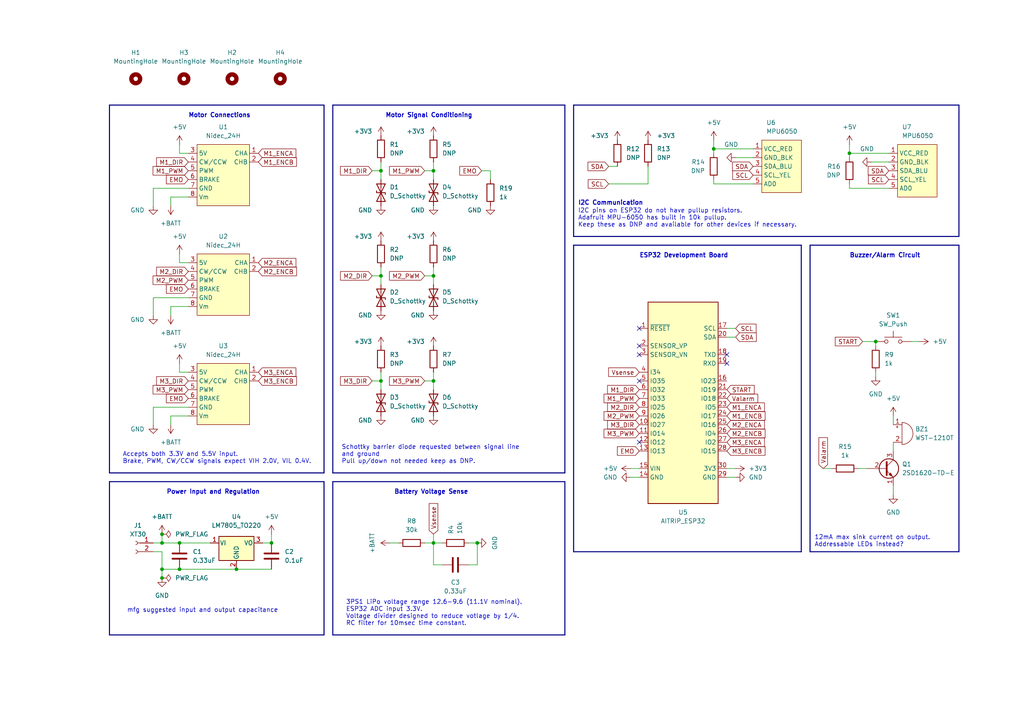
<source format=kicad_sch>
(kicad_sch (version 20211123) (generator eeschema)

  (uuid aab3ca8f-efcc-4e75-b730-8cebf4ea9f89)

  (paper "A4")

  (lib_symbols
    (symbol "AdaFruit_MPU6050_1" (in_bom yes) (on_board yes)
      (property "Reference" "U6" (id 0) (at -3.81 0 0)
        (effects (font (size 1.27 1.27)) (justify left))
      )
      (property "Value" "AdaFruit_MPU6050_1" (id 1) (at -3.81 -2.54 0)
        (effects (font (size 1.27 1.27)) (justify left))
      )
      (property "Footprint" "Library:Pinheader_1x05_P2.54mm_StrainRelief" (id 2) (at 0 0 0)
        (effects (font (size 1.27 1.27)) hide)
      )
      (property "Datasheet" "" (id 3) (at 0 0 0)
        (effects (font (size 1.27 1.27)) hide)
      )
      (symbol "AdaFruit_MPU6050_1_0_1"
        (rectangle (start -5.08 -5.08) (end 6.35 -20.32)
          (stroke (width 0) (type default) (color 0 0 0 0))
          (fill (type background))
        )
      )
      (symbol "AdaFruit_MPU6050_1_1_1"
        (pin input line (at -7.62 -7.62 0) (length 2.54)
          (name "VCC_RED" (effects (font (size 1.27 1.27))))
          (number "1" (effects (font (size 1.27 1.27))))
        )
        (pin input line (at -7.62 -10.16 0) (length 2.54)
          (name "GND_BLK" (effects (font (size 1.27 1.27))))
          (number "2" (effects (font (size 1.27 1.27))))
        )
        (pin input line (at -7.62 -12.7 0) (length 2.54)
          (name "SDA_BLU" (effects (font (size 1.27 1.27))))
          (number "3" (effects (font (size 1.27 1.27))))
        )
        (pin input line (at -7.62 -15.24 0) (length 2.54)
          (name "SCL_YEL" (effects (font (size 1.27 1.27))))
          (number "4" (effects (font (size 1.27 1.27))))
        )
        (pin input line (at -7.62 -17.78 0) (length 2.54)
          (name "AD0" (effects (font (size 1.27 1.27))))
          (number "5" (effects (font (size 1.27 1.27))))
        )
      )
    )
    (symbol "Connector:Conn_01x02_Female" (pin_names (offset 1.016) hide) (in_bom yes) (on_board yes)
      (property "Reference" "J" (id 0) (at 0 2.54 0)
        (effects (font (size 1.27 1.27)))
      )
      (property "Value" "Conn_01x02_Female" (id 1) (at 0 -5.08 0)
        (effects (font (size 1.27 1.27)))
      )
      (property "Footprint" "" (id 2) (at 0 0 0)
        (effects (font (size 1.27 1.27)) hide)
      )
      (property "Datasheet" "~" (id 3) (at 0 0 0)
        (effects (font (size 1.27 1.27)) hide)
      )
      (property "ki_keywords" "connector" (id 4) (at 0 0 0)
        (effects (font (size 1.27 1.27)) hide)
      )
      (property "ki_description" "Generic connector, single row, 01x02, script generated (kicad-library-utils/schlib/autogen/connector/)" (id 5) (at 0 0 0)
        (effects (font (size 1.27 1.27)) hide)
      )
      (property "ki_fp_filters" "Connector*:*_1x??_*" (id 6) (at 0 0 0)
        (effects (font (size 1.27 1.27)) hide)
      )
      (symbol "Conn_01x02_Female_1_1"
        (arc (start 0 -2.032) (mid -0.508 -2.54) (end 0 -3.048)
          (stroke (width 0.1524) (type default) (color 0 0 0 0))
          (fill (type none))
        )
        (polyline
          (pts
            (xy -1.27 -2.54)
            (xy -0.508 -2.54)
          )
          (stroke (width 0.1524) (type default) (color 0 0 0 0))
          (fill (type none))
        )
        (polyline
          (pts
            (xy -1.27 0)
            (xy -0.508 0)
          )
          (stroke (width 0.1524) (type default) (color 0 0 0 0))
          (fill (type none))
        )
        (arc (start 0 0.508) (mid -0.508 0) (end 0 -0.508)
          (stroke (width 0.1524) (type default) (color 0 0 0 0))
          (fill (type none))
        )
        (pin passive line (at -5.08 0 0) (length 3.81)
          (name "Pin_1" (effects (font (size 1.27 1.27))))
          (number "1" (effects (font (size 1.27 1.27))))
        )
        (pin passive line (at -5.08 -2.54 0) (length 3.81)
          (name "Pin_2" (effects (font (size 1.27 1.27))))
          (number "2" (effects (font (size 1.27 1.27))))
        )
      )
    )
    (symbol "Device:Buzzer" (pin_names (offset 0.0254) hide) (in_bom yes) (on_board yes)
      (property "Reference" "BZ" (id 0) (at 3.81 1.27 0)
        (effects (font (size 1.27 1.27)) (justify left))
      )
      (property "Value" "Buzzer" (id 1) (at 3.81 -1.27 0)
        (effects (font (size 1.27 1.27)) (justify left))
      )
      (property "Footprint" "" (id 2) (at -0.635 2.54 90)
        (effects (font (size 1.27 1.27)) hide)
      )
      (property "Datasheet" "~" (id 3) (at -0.635 2.54 90)
        (effects (font (size 1.27 1.27)) hide)
      )
      (property "ki_keywords" "quartz resonator ceramic" (id 4) (at 0 0 0)
        (effects (font (size 1.27 1.27)) hide)
      )
      (property "ki_description" "Buzzer, polarized" (id 5) (at 0 0 0)
        (effects (font (size 1.27 1.27)) hide)
      )
      (property "ki_fp_filters" "*Buzzer*" (id 6) (at 0 0 0)
        (effects (font (size 1.27 1.27)) hide)
      )
      (symbol "Buzzer_0_1"
        (arc (start 0 -3.175) (mid 3.175 0) (end 0 3.175)
          (stroke (width 0) (type default) (color 0 0 0 0))
          (fill (type none))
        )
        (polyline
          (pts
            (xy -1.651 1.905)
            (xy -1.143 1.905)
          )
          (stroke (width 0) (type default) (color 0 0 0 0))
          (fill (type none))
        )
        (polyline
          (pts
            (xy -1.397 2.159)
            (xy -1.397 1.651)
          )
          (stroke (width 0) (type default) (color 0 0 0 0))
          (fill (type none))
        )
        (polyline
          (pts
            (xy 0 3.175)
            (xy 0 -3.175)
          )
          (stroke (width 0) (type default) (color 0 0 0 0))
          (fill (type none))
        )
      )
      (symbol "Buzzer_1_1"
        (pin passive line (at -2.54 2.54 0) (length 2.54)
          (name "-" (effects (font (size 1.27 1.27))))
          (number "1" (effects (font (size 1.27 1.27))))
        )
        (pin passive line (at -2.54 -2.54 0) (length 2.54)
          (name "+" (effects (font (size 1.27 1.27))))
          (number "2" (effects (font (size 1.27 1.27))))
        )
      )
    )
    (symbol "Device:C" (pin_numbers hide) (pin_names (offset 0.254)) (in_bom yes) (on_board yes)
      (property "Reference" "C" (id 0) (at 0.635 2.54 0)
        (effects (font (size 1.27 1.27)) (justify left))
      )
      (property "Value" "C" (id 1) (at 0.635 -2.54 0)
        (effects (font (size 1.27 1.27)) (justify left))
      )
      (property "Footprint" "" (id 2) (at 0.9652 -3.81 0)
        (effects (font (size 1.27 1.27)) hide)
      )
      (property "Datasheet" "~" (id 3) (at 0 0 0)
        (effects (font (size 1.27 1.27)) hide)
      )
      (property "ki_keywords" "cap capacitor" (id 4) (at 0 0 0)
        (effects (font (size 1.27 1.27)) hide)
      )
      (property "ki_description" "Unpolarized capacitor" (id 5) (at 0 0 0)
        (effects (font (size 1.27 1.27)) hide)
      )
      (property "ki_fp_filters" "C_*" (id 6) (at 0 0 0)
        (effects (font (size 1.27 1.27)) hide)
      )
      (symbol "C_0_1"
        (polyline
          (pts
            (xy -2.032 -0.762)
            (xy 2.032 -0.762)
          )
          (stroke (width 0.508) (type default) (color 0 0 0 0))
          (fill (type none))
        )
        (polyline
          (pts
            (xy -2.032 0.762)
            (xy 2.032 0.762)
          )
          (stroke (width 0.508) (type default) (color 0 0 0 0))
          (fill (type none))
        )
      )
      (symbol "C_1_1"
        (pin passive line (at 0 3.81 270) (length 2.794)
          (name "~" (effects (font (size 1.27 1.27))))
          (number "1" (effects (font (size 1.27 1.27))))
        )
        (pin passive line (at 0 -3.81 90) (length 2.794)
          (name "~" (effects (font (size 1.27 1.27))))
          (number "2" (effects (font (size 1.27 1.27))))
        )
      )
    )
    (symbol "Device:D_TVS" (pin_numbers hide) (pin_names (offset 1.016) hide) (in_bom yes) (on_board yes)
      (property "Reference" "D" (id 0) (at 0 2.54 0)
        (effects (font (size 1.27 1.27)))
      )
      (property "Value" "D_TVS" (id 1) (at 0 -2.54 0)
        (effects (font (size 1.27 1.27)))
      )
      (property "Footprint" "" (id 2) (at 0 0 0)
        (effects (font (size 1.27 1.27)) hide)
      )
      (property "Datasheet" "~" (id 3) (at 0 0 0)
        (effects (font (size 1.27 1.27)) hide)
      )
      (property "ki_keywords" "diode TVS thyrector" (id 4) (at 0 0 0)
        (effects (font (size 1.27 1.27)) hide)
      )
      (property "ki_description" "Bidirectional transient-voltage-suppression diode" (id 5) (at 0 0 0)
        (effects (font (size 1.27 1.27)) hide)
      )
      (property "ki_fp_filters" "TO-???* *_Diode_* *SingleDiode* D_*" (id 6) (at 0 0 0)
        (effects (font (size 1.27 1.27)) hide)
      )
      (symbol "D_TVS_0_1"
        (polyline
          (pts
            (xy 1.27 0)
            (xy -1.27 0)
          )
          (stroke (width 0) (type default) (color 0 0 0 0))
          (fill (type none))
        )
        (polyline
          (pts
            (xy 0.508 1.27)
            (xy 0 1.27)
            (xy 0 -1.27)
            (xy -0.508 -1.27)
          )
          (stroke (width 0.254) (type default) (color 0 0 0 0))
          (fill (type none))
        )
        (polyline
          (pts
            (xy -2.54 1.27)
            (xy -2.54 -1.27)
            (xy 2.54 1.27)
            (xy 2.54 -1.27)
            (xy -2.54 1.27)
          )
          (stroke (width 0.254) (type default) (color 0 0 0 0))
          (fill (type none))
        )
      )
      (symbol "D_TVS_1_1"
        (pin passive line (at -3.81 0 0) (length 2.54)
          (name "A1" (effects (font (size 1.27 1.27))))
          (number "1" (effects (font (size 1.27 1.27))))
        )
        (pin passive line (at 3.81 0 180) (length 2.54)
          (name "A2" (effects (font (size 1.27 1.27))))
          (number "2" (effects (font (size 1.27 1.27))))
        )
      )
    )
    (symbol "Device:R" (pin_numbers hide) (pin_names (offset 0)) (in_bom yes) (on_board yes)
      (property "Reference" "R" (id 0) (at 2.032 0 90)
        (effects (font (size 1.27 1.27)))
      )
      (property "Value" "R" (id 1) (at 0 0 90)
        (effects (font (size 1.27 1.27)))
      )
      (property "Footprint" "" (id 2) (at -1.778 0 90)
        (effects (font (size 1.27 1.27)) hide)
      )
      (property "Datasheet" "~" (id 3) (at 0 0 0)
        (effects (font (size 1.27 1.27)) hide)
      )
      (property "ki_keywords" "R res resistor" (id 4) (at 0 0 0)
        (effects (font (size 1.27 1.27)) hide)
      )
      (property "ki_description" "Resistor" (id 5) (at 0 0 0)
        (effects (font (size 1.27 1.27)) hide)
      )
      (property "ki_fp_filters" "R_*" (id 6) (at 0 0 0)
        (effects (font (size 1.27 1.27)) hide)
      )
      (symbol "R_0_1"
        (rectangle (start -1.016 -2.54) (end 1.016 2.54)
          (stroke (width 0.254) (type default) (color 0 0 0 0))
          (fill (type none))
        )
      )
      (symbol "R_1_1"
        (pin passive line (at 0 3.81 270) (length 1.27)
          (name "~" (effects (font (size 1.27 1.27))))
          (number "1" (effects (font (size 1.27 1.27))))
        )
        (pin passive line (at 0 -3.81 90) (length 1.27)
          (name "~" (effects (font (size 1.27 1.27))))
          (number "2" (effects (font (size 1.27 1.27))))
        )
      )
    )
    (symbol "Mechanical:MountingHole" (pin_names (offset 1.016)) (in_bom yes) (on_board yes)
      (property "Reference" "H" (id 0) (at 0 5.08 0)
        (effects (font (size 1.27 1.27)))
      )
      (property "Value" "MountingHole" (id 1) (at 0 3.175 0)
        (effects (font (size 1.27 1.27)))
      )
      (property "Footprint" "" (id 2) (at 0 0 0)
        (effects (font (size 1.27 1.27)) hide)
      )
      (property "Datasheet" "~" (id 3) (at 0 0 0)
        (effects (font (size 1.27 1.27)) hide)
      )
      (property "ki_keywords" "mounting hole" (id 4) (at 0 0 0)
        (effects (font (size 1.27 1.27)) hide)
      )
      (property "ki_description" "Mounting Hole without connection" (id 5) (at 0 0 0)
        (effects (font (size 1.27 1.27)) hide)
      )
      (property "ki_fp_filters" "MountingHole*" (id 6) (at 0 0 0)
        (effects (font (size 1.27 1.27)) hide)
      )
      (symbol "MountingHole_0_1"
        (circle (center 0 0) (radius 1.27)
          (stroke (width 1.27) (type default) (color 0 0 0 0))
          (fill (type none))
        )
      )
    )
    (symbol "Regulator_Linear:LM7805_TO220" (pin_names (offset 0.254)) (in_bom yes) (on_board yes)
      (property "Reference" "U" (id 0) (at -3.81 3.175 0)
        (effects (font (size 1.27 1.27)))
      )
      (property "Value" "LM7805_TO220" (id 1) (at 0 3.175 0)
        (effects (font (size 1.27 1.27)) (justify left))
      )
      (property "Footprint" "Package_TO_SOT_THT:TO-220-3_Vertical" (id 2) (at 0 5.715 0)
        (effects (font (size 1.27 1.27) italic) hide)
      )
      (property "Datasheet" "https://www.onsemi.cn/PowerSolutions/document/MC7800-D.PDF" (id 3) (at 0 -1.27 0)
        (effects (font (size 1.27 1.27)) hide)
      )
      (property "ki_keywords" "Voltage Regulator 1A Positive" (id 4) (at 0 0 0)
        (effects (font (size 1.27 1.27)) hide)
      )
      (property "ki_description" "Positive 1A 35V Linear Regulator, Fixed Output 5V, TO-220" (id 5) (at 0 0 0)
        (effects (font (size 1.27 1.27)) hide)
      )
      (property "ki_fp_filters" "TO?220*" (id 6) (at 0 0 0)
        (effects (font (size 1.27 1.27)) hide)
      )
      (symbol "LM7805_TO220_0_1"
        (rectangle (start -5.08 1.905) (end 5.08 -5.08)
          (stroke (width 0.254) (type default) (color 0 0 0 0))
          (fill (type background))
        )
      )
      (symbol "LM7805_TO220_1_1"
        (pin power_in line (at -7.62 0 0) (length 2.54)
          (name "VI" (effects (font (size 1.27 1.27))))
          (number "1" (effects (font (size 1.27 1.27))))
        )
        (pin power_in line (at 0 -7.62 90) (length 2.54)
          (name "GND" (effects (font (size 1.27 1.27))))
          (number "2" (effects (font (size 1.27 1.27))))
        )
        (pin power_out line (at 7.62 0 180) (length 2.54)
          (name "VO" (effects (font (size 1.27 1.27))))
          (number "3" (effects (font (size 1.27 1.27))))
        )
      )
    )
    (symbol "Switch:SW_Push" (pin_numbers hide) (pin_names (offset 1.016) hide) (in_bom yes) (on_board yes)
      (property "Reference" "SW" (id 0) (at 1.27 2.54 0)
        (effects (font (size 1.27 1.27)) (justify left))
      )
      (property "Value" "SW_Push" (id 1) (at 0 -1.524 0)
        (effects (font (size 1.27 1.27)))
      )
      (property "Footprint" "" (id 2) (at 0 5.08 0)
        (effects (font (size 1.27 1.27)) hide)
      )
      (property "Datasheet" "~" (id 3) (at 0 5.08 0)
        (effects (font (size 1.27 1.27)) hide)
      )
      (property "ki_keywords" "switch normally-open pushbutton push-button" (id 4) (at 0 0 0)
        (effects (font (size 1.27 1.27)) hide)
      )
      (property "ki_description" "Push button switch, generic, two pins" (id 5) (at 0 0 0)
        (effects (font (size 1.27 1.27)) hide)
      )
      (symbol "SW_Push_0_1"
        (circle (center -2.032 0) (radius 0.508)
          (stroke (width 0) (type default) (color 0 0 0 0))
          (fill (type none))
        )
        (polyline
          (pts
            (xy 0 1.27)
            (xy 0 3.048)
          )
          (stroke (width 0) (type default) (color 0 0 0 0))
          (fill (type none))
        )
        (polyline
          (pts
            (xy 2.54 1.27)
            (xy -2.54 1.27)
          )
          (stroke (width 0) (type default) (color 0 0 0 0))
          (fill (type none))
        )
        (circle (center 2.032 0) (radius 0.508)
          (stroke (width 0) (type default) (color 0 0 0 0))
          (fill (type none))
        )
        (pin passive line (at -5.08 0 0) (length 2.54)
          (name "1" (effects (font (size 1.27 1.27))))
          (number "1" (effects (font (size 1.27 1.27))))
        )
        (pin passive line (at 5.08 0 180) (length 2.54)
          (name "2" (effects (font (size 1.27 1.27))))
          (number "2" (effects (font (size 1.27 1.27))))
        )
      )
    )
    (symbol "Symbol_Library:AITRIP_ESP32" (in_bom yes) (on_board yes)
      (property "Reference" "U" (id 0) (at -8.89 0 0)
        (effects (font (size 1.27 1.27)))
      )
      (property "Value" "AITRIP_ESP32" (id 1) (at 0 -62.23 0)
        (effects (font (size 1.27 1.27)))
      )
      (property "Footprint" "" (id 2) (at 0 0 0)
        (effects (font (size 1.27 1.27)) hide)
      )
      (property "Datasheet" "" (id 3) (at 0 0 0)
        (effects (font (size 1.27 1.27)) hide)
      )
      (symbol "AITRIP_ESP32_0_1"
        (rectangle (start -10.16 -2.54) (end 10.16 -60.96)
          (stroke (width 0.254) (type default) (color 0 0 0 0))
          (fill (type background))
        )
      )
      (symbol "AITRIP_ESP32_1_1"
        (pin input line (at -12.7 -10.16 0) (length 2.54)
          (name "~{RESET}" (effects (font (size 1.27 1.27))))
          (number "1" (effects (font (size 1.27 1.27))))
        )
        (pin bidirectional line (at -12.7 -38.1 0) (length 2.54)
          (name "IO27" (effects (font (size 1.27 1.27))))
          (number "10" (effects (font (size 1.27 1.27))))
        )
        (pin bidirectional line (at -12.7 -40.64 0) (length 2.54)
          (name "IO14" (effects (font (size 1.27 1.27))))
          (number "11" (effects (font (size 1.27 1.27))))
        )
        (pin bidirectional line (at -12.7 -43.18 0) (length 2.54)
          (name "IO12" (effects (font (size 1.27 1.27))))
          (number "12" (effects (font (size 1.27 1.27))))
        )
        (pin bidirectional line (at -12.7 -45.72 0) (length 2.54)
          (name "IO13" (effects (font (size 1.27 1.27))))
          (number "13" (effects (font (size 1.27 1.27))))
        )
        (pin power_in line (at -12.7 -53.34 0) (length 2.54)
          (name "GND" (effects (font (size 1.27 1.27))))
          (number "14" (effects (font (size 1.27 1.27))))
        )
        (pin power_in line (at -12.7 -50.8 0) (length 2.54)
          (name "VIN" (effects (font (size 1.27 1.27))))
          (number "15" (effects (font (size 1.27 1.27))))
        )
        (pin bidirectional line (at 12.7 -25.4 180) (length 2.54)
          (name "IO23" (effects (font (size 1.27 1.27))))
          (number "16" (effects (font (size 1.27 1.27))))
        )
        (pin bidirectional line (at 12.7 -10.16 180) (length 2.54)
          (name "SCL" (effects (font (size 1.27 1.27))))
          (number "17" (effects (font (size 1.27 1.27))))
        )
        (pin bidirectional line (at 12.7 -17.78 180) (length 2.54)
          (name "TXD" (effects (font (size 1.27 1.27))))
          (number "18" (effects (font (size 1.27 1.27))))
        )
        (pin bidirectional line (at 12.7 -20.32 180) (length 2.54)
          (name "RXD" (effects (font (size 1.27 1.27))))
          (number "19" (effects (font (size 1.27 1.27))))
        )
        (pin input line (at -12.7 -15.24 0) (length 2.54)
          (name "SENSOR_VP" (effects (font (size 1.27 1.27))))
          (number "2" (effects (font (size 1.27 1.27))))
        )
        (pin bidirectional line (at 12.7 -12.7 180) (length 2.54)
          (name "SDA" (effects (font (size 1.27 1.27))))
          (number "20" (effects (font (size 1.27 1.27))))
        )
        (pin bidirectional line (at 12.7 -27.94 180) (length 2.54)
          (name "IO19" (effects (font (size 1.27 1.27))))
          (number "21" (effects (font (size 1.27 1.27))))
        )
        (pin bidirectional line (at 12.7 -30.48 180) (length 2.54)
          (name "IO18" (effects (font (size 1.27 1.27))))
          (number "22" (effects (font (size 1.27 1.27))))
        )
        (pin bidirectional line (at 12.7 -33.02 180) (length 2.54)
          (name "IO5" (effects (font (size 1.27 1.27))))
          (number "23" (effects (font (size 1.27 1.27))))
        )
        (pin bidirectional line (at 12.7 -35.56 180) (length 2.54)
          (name "IO17" (effects (font (size 1.27 1.27))))
          (number "24" (effects (font (size 1.27 1.27))))
        )
        (pin bidirectional line (at 12.7 -38.1 180) (length 2.54)
          (name "IO16" (effects (font (size 1.27 1.27))))
          (number "25" (effects (font (size 1.27 1.27))))
        )
        (pin bidirectional line (at 12.7 -40.64 180) (length 2.54)
          (name "IO4" (effects (font (size 1.27 1.27))))
          (number "26" (effects (font (size 1.27 1.27))))
        )
        (pin bidirectional line (at 12.7 -43.18 180) (length 2.54)
          (name "IO2" (effects (font (size 1.27 1.27))))
          (number "27" (effects (font (size 1.27 1.27))))
        )
        (pin bidirectional line (at 12.7 -45.72 180) (length 2.54)
          (name "IO15" (effects (font (size 1.27 1.27))))
          (number "28" (effects (font (size 1.27 1.27))))
        )
        (pin power_in line (at 12.7 -53.34 180) (length 2.54)
          (name "GND" (effects (font (size 1.27 1.27))))
          (number "29" (effects (font (size 1.27 1.27))))
        )
        (pin input line (at -12.7 -17.78 0) (length 2.54)
          (name "SENSOR_VN" (effects (font (size 1.27 1.27))))
          (number "3" (effects (font (size 1.27 1.27))))
        )
        (pin power_out line (at 12.7 -50.8 180) (length 2.54)
          (name "3V3" (effects (font (size 1.27 1.27))))
          (number "30" (effects (font (size 1.27 1.27))))
        )
        (pin input line (at -12.7 -22.86 0) (length 2.54)
          (name "I34" (effects (font (size 1.27 1.27))))
          (number "4" (effects (font (size 1.27 1.27))))
        )
        (pin bidirectional line (at -12.7 -25.4 0) (length 2.54)
          (name "IO35" (effects (font (size 1.27 1.27))))
          (number "5" (effects (font (size 1.27 1.27))))
        )
        (pin bidirectional line (at -12.7 -27.94 0) (length 2.54)
          (name "IO32" (effects (font (size 1.27 1.27))))
          (number "6" (effects (font (size 1.27 1.27))))
        )
        (pin bidirectional line (at -12.7 -30.48 0) (length 2.54)
          (name "IO33" (effects (font (size 1.27 1.27))))
          (number "7" (effects (font (size 1.27 1.27))))
        )
        (pin bidirectional line (at -12.7 -33.02 0) (length 2.54)
          (name "IO25" (effects (font (size 1.27 1.27))))
          (number "8" (effects (font (size 1.27 1.27))))
        )
        (pin bidirectional line (at -12.7 -35.56 0) (length 2.54)
          (name "IO26" (effects (font (size 1.27 1.27))))
          (number "9" (effects (font (size 1.27 1.27))))
        )
      )
    )
    (symbol "Symbol_Library:AdaFruit_MPU6050" (in_bom yes) (on_board yes)
      (property "Reference" "U7" (id 0) (at -3.81 0 0)
        (effects (font (size 1.27 1.27)) (justify left))
      )
      (property "Value" "MPU6050" (id 1) (at -3.81 -2.54 0)
        (effects (font (size 1.27 1.27)) (justify left))
      )
      (property "Footprint" "Library:Pinheader_1x05_P2.54mm_StrainRelief" (id 2) (at 0 0 0)
        (effects (font (size 1.27 1.27)) hide)
      )
      (property "Datasheet" "" (id 3) (at 0 0 0)
        (effects (font (size 1.27 1.27)) hide)
      )
      (symbol "AdaFruit_MPU6050_0_1"
        (rectangle (start -5.08 -5.08) (end 6.35 -20.32)
          (stroke (width 0) (type default) (color 0 0 0 0))
          (fill (type background))
        )
      )
      (symbol "AdaFruit_MPU6050_1_1"
        (pin input line (at -7.62 -7.62 0) (length 2.54)
          (name "VCC_RED" (effects (font (size 1.27 1.27))))
          (number "1" (effects (font (size 1.27 1.27))))
        )
        (pin input line (at -7.62 -10.16 0) (length 2.54)
          (name "GND_BLK" (effects (font (size 1.27 1.27))))
          (number "2" (effects (font (size 1.27 1.27))))
        )
        (pin input line (at -7.62 -12.7 0) (length 2.54)
          (name "SDA_BLU" (effects (font (size 1.27 1.27))))
          (number "3" (effects (font (size 1.27 1.27))))
        )
        (pin input line (at -7.62 -15.24 0) (length 2.54)
          (name "SCL_YEL" (effects (font (size 1.27 1.27))))
          (number "4" (effects (font (size 1.27 1.27))))
        )
        (pin input line (at -7.62 -17.78 0) (length 2.54)
          (name "AD0" (effects (font (size 1.27 1.27))))
          (number "5" (effects (font (size 1.27 1.27))))
        )
      )
    )
    (symbol "Symbol_Library:Nidec_24H" (in_bom yes) (on_board yes)
      (property "Reference" "U" (id 0) (at 0 0 0)
        (effects (font (size 1.27 1.27)))
      )
      (property "Value" "Nidec_24H" (id 1) (at 0 -2.54 0)
        (effects (font (size 1.27 1.27)))
      )
      (property "Footprint" "" (id 2) (at 0 0 0)
        (effects (font (size 1.27 1.27)) hide)
      )
      (property "Datasheet" "" (id 3) (at 0 0 0)
        (effects (font (size 1.27 1.27)) hide)
      )
      (symbol "Nidec_24H_0_1"
        (rectangle (start -7.62 -5.08) (end 7.62 -22.86)
          (stroke (width 0) (type default) (color 0 0 0 0))
          (fill (type background))
        )
      )
      (symbol "Nidec_24H_1_1"
        (pin output line (at 10.16 -7.62 180) (length 2.54)
          (name "CHA" (effects (font (size 1.27 1.27))))
          (number "1" (effects (font (size 1.27 1.27))))
        )
        (pin output line (at 10.16 -10.16 180) (length 2.54)
          (name "CHB" (effects (font (size 1.27 1.27))))
          (number "2" (effects (font (size 1.27 1.27))))
        )
        (pin input line (at -10.16 -7.62 0) (length 2.54)
          (name "5V" (effects (font (size 1.27 1.27))))
          (number "3" (effects (font (size 1.27 1.27))))
        )
        (pin input line (at -10.16 -10.16 0) (length 2.54)
          (name "CW/CCW" (effects (font (size 1.27 1.27))))
          (number "4" (effects (font (size 1.27 1.27))))
        )
        (pin input line (at -10.16 -12.7 0) (length 2.54)
          (name "PWM" (effects (font (size 1.27 1.27))))
          (number "5" (effects (font (size 1.27 1.27))))
        )
        (pin input line (at -10.16 -15.24 0) (length 2.54)
          (name "BRAKE" (effects (font (size 1.27 1.27))))
          (number "6" (effects (font (size 1.27 1.27))))
        )
        (pin input line (at -10.16 -17.78 0) (length 2.54)
          (name "GND" (effects (font (size 1.27 1.27))))
          (number "7" (effects (font (size 1.27 1.27))))
        )
        (pin input line (at -10.16 -20.32 0) (length 2.54)
          (name "Vm" (effects (font (size 1.27 1.27))))
          (number "8" (effects (font (size 1.27 1.27))))
        )
      )
    )
    (symbol "Transistor_BJT:2N3904" (pin_names (offset 0) hide) (in_bom yes) (on_board yes)
      (property "Reference" "Q" (id 0) (at 5.08 1.905 0)
        (effects (font (size 1.27 1.27)) (justify left))
      )
      (property "Value" "2N3904" (id 1) (at 5.08 0 0)
        (effects (font (size 1.27 1.27)) (justify left))
      )
      (property "Footprint" "Package_TO_SOT_THT:TO-92_Inline" (id 2) (at 5.08 -1.905 0)
        (effects (font (size 1.27 1.27) italic) (justify left) hide)
      )
      (property "Datasheet" "https://www.onsemi.com/pub/Collateral/2N3903-D.PDF" (id 3) (at 0 0 0)
        (effects (font (size 1.27 1.27)) (justify left) hide)
      )
      (property "ki_keywords" "NPN Transistor" (id 4) (at 0 0 0)
        (effects (font (size 1.27 1.27)) hide)
      )
      (property "ki_description" "0.2A Ic, 40V Vce, Small Signal NPN Transistor, TO-92" (id 5) (at 0 0 0)
        (effects (font (size 1.27 1.27)) hide)
      )
      (property "ki_fp_filters" "TO?92*" (id 6) (at 0 0 0)
        (effects (font (size 1.27 1.27)) hide)
      )
      (symbol "2N3904_0_1"
        (polyline
          (pts
            (xy 0.635 0.635)
            (xy 2.54 2.54)
          )
          (stroke (width 0) (type default) (color 0 0 0 0))
          (fill (type none))
        )
        (polyline
          (pts
            (xy 0.635 -0.635)
            (xy 2.54 -2.54)
            (xy 2.54 -2.54)
          )
          (stroke (width 0) (type default) (color 0 0 0 0))
          (fill (type none))
        )
        (polyline
          (pts
            (xy 0.635 1.905)
            (xy 0.635 -1.905)
            (xy 0.635 -1.905)
          )
          (stroke (width 0.508) (type default) (color 0 0 0 0))
          (fill (type none))
        )
        (polyline
          (pts
            (xy 1.27 -1.778)
            (xy 1.778 -1.27)
            (xy 2.286 -2.286)
            (xy 1.27 -1.778)
            (xy 1.27 -1.778)
          )
          (stroke (width 0) (type default) (color 0 0 0 0))
          (fill (type outline))
        )
        (circle (center 1.27 0) (radius 2.8194)
          (stroke (width 0.254) (type default) (color 0 0 0 0))
          (fill (type none))
        )
      )
      (symbol "2N3904_1_1"
        (pin passive line (at 2.54 -5.08 90) (length 2.54)
          (name "E" (effects (font (size 1.27 1.27))))
          (number "1" (effects (font (size 1.27 1.27))))
        )
        (pin passive line (at -5.08 0 0) (length 5.715)
          (name "B" (effects (font (size 1.27 1.27))))
          (number "2" (effects (font (size 1.27 1.27))))
        )
        (pin passive line (at 2.54 5.08 270) (length 2.54)
          (name "C" (effects (font (size 1.27 1.27))))
          (number "3" (effects (font (size 1.27 1.27))))
        )
      )
    )
    (symbol "power:+3V3" (power) (pin_names (offset 0)) (in_bom yes) (on_board yes)
      (property "Reference" "#PWR" (id 0) (at 0 -3.81 0)
        (effects (font (size 1.27 1.27)) hide)
      )
      (property "Value" "+3V3" (id 1) (at 0 3.556 0)
        (effects (font (size 1.27 1.27)))
      )
      (property "Footprint" "" (id 2) (at 0 0 0)
        (effects (font (size 1.27 1.27)) hide)
      )
      (property "Datasheet" "" (id 3) (at 0 0 0)
        (effects (font (size 1.27 1.27)) hide)
      )
      (property "ki_keywords" "power-flag" (id 4) (at 0 0 0)
        (effects (font (size 1.27 1.27)) hide)
      )
      (property "ki_description" "Power symbol creates a global label with name \"+3V3\"" (id 5) (at 0 0 0)
        (effects (font (size 1.27 1.27)) hide)
      )
      (symbol "+3V3_0_1"
        (polyline
          (pts
            (xy -0.762 1.27)
            (xy 0 2.54)
          )
          (stroke (width 0) (type default) (color 0 0 0 0))
          (fill (type none))
        )
        (polyline
          (pts
            (xy 0 0)
            (xy 0 2.54)
          )
          (stroke (width 0) (type default) (color 0 0 0 0))
          (fill (type none))
        )
        (polyline
          (pts
            (xy 0 2.54)
            (xy 0.762 1.27)
          )
          (stroke (width 0) (type default) (color 0 0 0 0))
          (fill (type none))
        )
      )
      (symbol "+3V3_1_1"
        (pin power_in line (at 0 0 90) (length 0) hide
          (name "+3V3" (effects (font (size 1.27 1.27))))
          (number "1" (effects (font (size 1.27 1.27))))
        )
      )
    )
    (symbol "power:+5V" (power) (pin_names (offset 0)) (in_bom yes) (on_board yes)
      (property "Reference" "#PWR" (id 0) (at 0 -3.81 0)
        (effects (font (size 1.27 1.27)) hide)
      )
      (property "Value" "+5V" (id 1) (at 0 3.556 0)
        (effects (font (size 1.27 1.27)))
      )
      (property "Footprint" "" (id 2) (at 0 0 0)
        (effects (font (size 1.27 1.27)) hide)
      )
      (property "Datasheet" "" (id 3) (at 0 0 0)
        (effects (font (size 1.27 1.27)) hide)
      )
      (property "ki_keywords" "power-flag" (id 4) (at 0 0 0)
        (effects (font (size 1.27 1.27)) hide)
      )
      (property "ki_description" "Power symbol creates a global label with name \"+5V\"" (id 5) (at 0 0 0)
        (effects (font (size 1.27 1.27)) hide)
      )
      (symbol "+5V_0_1"
        (polyline
          (pts
            (xy -0.762 1.27)
            (xy 0 2.54)
          )
          (stroke (width 0) (type default) (color 0 0 0 0))
          (fill (type none))
        )
        (polyline
          (pts
            (xy 0 0)
            (xy 0 2.54)
          )
          (stroke (width 0) (type default) (color 0 0 0 0))
          (fill (type none))
        )
        (polyline
          (pts
            (xy 0 2.54)
            (xy 0.762 1.27)
          )
          (stroke (width 0) (type default) (color 0 0 0 0))
          (fill (type none))
        )
      )
      (symbol "+5V_1_1"
        (pin power_in line (at 0 0 90) (length 0) hide
          (name "+5V" (effects (font (size 1.27 1.27))))
          (number "1" (effects (font (size 1.27 1.27))))
        )
      )
    )
    (symbol "power:+BATT" (power) (pin_names (offset 0)) (in_bom yes) (on_board yes)
      (property "Reference" "#PWR" (id 0) (at 0 -3.81 0)
        (effects (font (size 1.27 1.27)) hide)
      )
      (property "Value" "+BATT" (id 1) (at 0 3.556 0)
        (effects (font (size 1.27 1.27)))
      )
      (property "Footprint" "" (id 2) (at 0 0 0)
        (effects (font (size 1.27 1.27)) hide)
      )
      (property "Datasheet" "" (id 3) (at 0 0 0)
        (effects (font (size 1.27 1.27)) hide)
      )
      (property "ki_keywords" "power-flag battery" (id 4) (at 0 0 0)
        (effects (font (size 1.27 1.27)) hide)
      )
      (property "ki_description" "Power symbol creates a global label with name \"+BATT\"" (id 5) (at 0 0 0)
        (effects (font (size 1.27 1.27)) hide)
      )
      (symbol "+BATT_0_1"
        (polyline
          (pts
            (xy -0.762 1.27)
            (xy 0 2.54)
          )
          (stroke (width 0) (type default) (color 0 0 0 0))
          (fill (type none))
        )
        (polyline
          (pts
            (xy 0 0)
            (xy 0 2.54)
          )
          (stroke (width 0) (type default) (color 0 0 0 0))
          (fill (type none))
        )
        (polyline
          (pts
            (xy 0 2.54)
            (xy 0.762 1.27)
          )
          (stroke (width 0) (type default) (color 0 0 0 0))
          (fill (type none))
        )
      )
      (symbol "+BATT_1_1"
        (pin power_in line (at 0 0 90) (length 0) hide
          (name "+BATT" (effects (font (size 1.27 1.27))))
          (number "1" (effects (font (size 1.27 1.27))))
        )
      )
    )
    (symbol "power:GND" (power) (pin_names (offset 0)) (in_bom yes) (on_board yes)
      (property "Reference" "#PWR" (id 0) (at 0 -6.35 0)
        (effects (font (size 1.27 1.27)) hide)
      )
      (property "Value" "GND" (id 1) (at 0 -3.81 0)
        (effects (font (size 1.27 1.27)))
      )
      (property "Footprint" "" (id 2) (at 0 0 0)
        (effects (font (size 1.27 1.27)) hide)
      )
      (property "Datasheet" "" (id 3) (at 0 0 0)
        (effects (font (size 1.27 1.27)) hide)
      )
      (property "ki_keywords" "power-flag" (id 4) (at 0 0 0)
        (effects (font (size 1.27 1.27)) hide)
      )
      (property "ki_description" "Power symbol creates a global label with name \"GND\" , ground" (id 5) (at 0 0 0)
        (effects (font (size 1.27 1.27)) hide)
      )
      (symbol "GND_0_1"
        (polyline
          (pts
            (xy 0 0)
            (xy 0 -1.27)
            (xy 1.27 -1.27)
            (xy 0 -2.54)
            (xy -1.27 -1.27)
            (xy 0 -1.27)
          )
          (stroke (width 0) (type default) (color 0 0 0 0))
          (fill (type none))
        )
      )
      (symbol "GND_1_1"
        (pin power_in line (at 0 0 270) (length 0) hide
          (name "GND" (effects (font (size 1.27 1.27))))
          (number "1" (effects (font (size 1.27 1.27))))
        )
      )
    )
    (symbol "power:PWR_FLAG" (power) (pin_numbers hide) (pin_names (offset 0) hide) (in_bom yes) (on_board yes)
      (property "Reference" "#FLG" (id 0) (at 0 1.905 0)
        (effects (font (size 1.27 1.27)) hide)
      )
      (property "Value" "PWR_FLAG" (id 1) (at 0 3.81 0)
        (effects (font (size 1.27 1.27)))
      )
      (property "Footprint" "" (id 2) (at 0 0 0)
        (effects (font (size 1.27 1.27)) hide)
      )
      (property "Datasheet" "~" (id 3) (at 0 0 0)
        (effects (font (size 1.27 1.27)) hide)
      )
      (property "ki_keywords" "power-flag" (id 4) (at 0 0 0)
        (effects (font (size 1.27 1.27)) hide)
      )
      (property "ki_description" "Special symbol for telling ERC where power comes from" (id 5) (at 0 0 0)
        (effects (font (size 1.27 1.27)) hide)
      )
      (symbol "PWR_FLAG_0_0"
        (pin power_out line (at 0 0 90) (length 0)
          (name "pwr" (effects (font (size 1.27 1.27))))
          (number "1" (effects (font (size 1.27 1.27))))
        )
      )
      (symbol "PWR_FLAG_0_1"
        (polyline
          (pts
            (xy 0 0)
            (xy 0 1.27)
            (xy -1.016 1.905)
            (xy 0 2.54)
            (xy 1.016 1.905)
            (xy 0 1.27)
          )
          (stroke (width 0) (type default) (color 0 0 0 0))
          (fill (type none))
        )
      )
    )
  )

  (junction (at 78.74 157.48) (diameter 0) (color 0 0 0 0)
    (uuid 282587f1-6615-4d57-be71-94b09d533125)
  )
  (junction (at 110.49 80.01) (diameter 0) (color 0 0 0 0)
    (uuid 325f4e32-3e82-49f7-a0c0-1c6f6b84aa1a)
  )
  (junction (at 125.73 80.01) (diameter 0) (color 0 0 0 0)
    (uuid 388939d0-777d-44ee-a9f1-ef1e8f857002)
  )
  (junction (at 46.99 157.48) (diameter 0) (color 0 0 0 0)
    (uuid 3bec41dc-a31d-4023-882a-70cda71e4fa5)
  )
  (junction (at 52.07 165.1) (diameter 0) (color 0 0 0 0)
    (uuid 510f31c5-ed87-417e-98bb-ed0c9264e72c)
  )
  (junction (at 125.73 110.49) (diameter 0) (color 0 0 0 0)
    (uuid 63958a7b-b642-4f9e-89b1-0ba125f93cea)
  )
  (junction (at 110.49 49.53) (diameter 0) (color 0 0 0 0)
    (uuid 65f8585f-3eb3-47fc-902a-f850e0ea850e)
  )
  (junction (at 52.07 157.48) (diameter 0) (color 0 0 0 0)
    (uuid 6a22d224-b660-4c8b-922e-1bef35427f22)
  )
  (junction (at 246.38 44.45) (diameter 0) (color 0 0 0 0)
    (uuid 6f02ce4e-8bef-4a75-a5a7-605f2cf89f66)
  )
  (junction (at 207.01 43.18) (diameter 0) (color 0 0 0 0)
    (uuid 83680c14-85b0-492d-b0d8-8520f7706ad3)
  )
  (junction (at 125.73 157.48) (diameter 0) (color 0 0 0 0)
    (uuid 837f0575-fb96-4011-8eeb-552586bfb97f)
  )
  (junction (at 254 99.06) (diameter 0) (color 0 0 0 0)
    (uuid 914afe89-c494-4465-a981-b7771d07f75a)
  )
  (junction (at 138.43 157.48) (diameter 0) (color 0 0 0 0)
    (uuid 9a9b2bec-83f0-4eba-bf9d-01e3cec31653)
  )
  (junction (at 46.99 167.64) (diameter 0) (color 0 0 0 0)
    (uuid b8237d28-17c5-429d-ba12-02c384c650d4)
  )
  (junction (at 125.73 49.53) (diameter 0) (color 0 0 0 0)
    (uuid c4bc4f03-de1e-4c75-a27a-73dfb0217faa)
  )
  (junction (at 68.58 165.1) (diameter 0) (color 0 0 0 0)
    (uuid c7be2db9-1b22-455f-b50a-3fd16f177563)
  )
  (junction (at 46.99 165.1) (diameter 0) (color 0 0 0 0)
    (uuid e59ad8e7-7fc4-481e-946e-53b04bb2115a)
  )
  (junction (at 46.99 154.94) (diameter 0) (color 0 0 0 0)
    (uuid e682e880-a815-49f0-ac35-a757406fd1ce)
  )
  (junction (at 110.49 110.49) (diameter 0) (color 0 0 0 0)
    (uuid fc89b313-a0dc-4a88-888e-ad4ff2b9512a)
  )

  (no_connect (at 185.42 102.87) (uuid 01663502-3e4c-43bd-8686-79b91c4dbf3f))
  (no_connect (at 185.42 95.25) (uuid 01663502-3e4c-43bd-8686-79b91c4dbf40))
  (no_connect (at 185.42 110.49) (uuid 2706ffd7-9136-4b09-a34e-27a4420e955d))
  (no_connect (at 185.42 100.33) (uuid 8a772e04-12c8-4fc4-9499-80424ae2f91c))
  (no_connect (at 210.82 105.41) (uuid db6f7f46-f24c-4630-8b52-957919990f73))
  (no_connect (at 210.82 102.87) (uuid db6f7f46-f24c-4630-8b52-957919990f74))
  (no_connect (at 185.42 128.27) (uuid ea437823-8c68-4048-9f69-d55f9e56acc4))

  (wire (pts (xy 238.76 135.89) (xy 241.3 135.89))
    (stroke (width 0) (type default) (color 0 0 0 0))
    (uuid 011a211e-539b-4a79-b483-a93c29c07b0d)
  )
  (bus (pts (xy 96.52 139.7) (xy 163.83 139.7))
    (stroke (width 0) (type default) (color 0 0 0 0))
    (uuid 01fe071c-5fc3-4f44-ae73-b0602decc29e)
  )

  (wire (pts (xy 54.61 120.65) (xy 49.53 120.65))
    (stroke (width 0) (type default) (color 0 0 0 0))
    (uuid 03bfadaa-fb56-44de-b250-3b4e55c2acfe)
  )
  (bus (pts (xy 93.98 137.16) (xy 31.75 137.16))
    (stroke (width 0) (type default) (color 0 0 0 0))
    (uuid 0a309fcd-2a26-406a-b224-eb9cffbb19e6)
  )
  (bus (pts (xy 232.41 160.02) (xy 166.37 160.02))
    (stroke (width 0) (type default) (color 0 0 0 0))
    (uuid 0c845f0f-ae53-448e-8161-8bb278de9ab2)
  )

  (wire (pts (xy 123.19 80.01) (xy 125.73 80.01))
    (stroke (width 0) (type default) (color 0 0 0 0))
    (uuid 10034ebe-377c-46e0-a0ff-2ecd131dd509)
  )
  (bus (pts (xy 166.37 68.58) (xy 278.13 68.58))
    (stroke (width 0) (type default) (color 0 0 0 0))
    (uuid 10b9ec93-8622-4228-9104-b3258a1f96c4)
  )
  (bus (pts (xy 234.95 160.02) (xy 278.13 160.02))
    (stroke (width 0) (type default) (color 0 0 0 0))
    (uuid 10c2dbf3-1bda-4449-8770-308ff06e3d5e)
  )

  (wire (pts (xy 246.38 54.61) (xy 257.81 54.61))
    (stroke (width 0) (type default) (color 0 0 0 0))
    (uuid 110c3cdf-bfa5-4009-9511-a792a3fc2c44)
  )
  (wire (pts (xy 46.99 165.1) (xy 52.07 165.1))
    (stroke (width 0) (type default) (color 0 0 0 0))
    (uuid 11255abc-003d-4070-a1e9-8db46c558576)
  )
  (wire (pts (xy 182.88 135.89) (xy 185.42 135.89))
    (stroke (width 0) (type default) (color 0 0 0 0))
    (uuid 125633d0-04d5-47f1-929b-90533d52f289)
  )
  (bus (pts (xy 31.75 139.7) (xy 31.75 184.15))
    (stroke (width 0) (type default) (color 0 0 0 0))
    (uuid 13dceed7-b14f-4b73-8003-ffbfccb010e4)
  )

  (wire (pts (xy 125.73 49.53) (xy 125.73 52.07))
    (stroke (width 0) (type default) (color 0 0 0 0))
    (uuid 149f6cf4-df6b-4519-bc7e-c8e3d8507a76)
  )
  (wire (pts (xy 125.73 163.83) (xy 125.73 157.48))
    (stroke (width 0) (type default) (color 0 0 0 0))
    (uuid 172b6ea9-a9bf-430a-90f8-489d3950a97c)
  )
  (wire (pts (xy 52.07 165.1) (xy 68.58 165.1))
    (stroke (width 0) (type default) (color 0 0 0 0))
    (uuid 18aa5f37-5fc7-4099-9524-670cf1b1cb21)
  )
  (bus (pts (xy 96.52 184.15) (xy 163.83 184.15))
    (stroke (width 0) (type default) (color 0 0 0 0))
    (uuid 18bd9360-67eb-44eb-a30b-d110cd22f4cd)
  )

  (wire (pts (xy 252.73 46.99) (xy 257.81 46.99))
    (stroke (width 0) (type default) (color 0 0 0 0))
    (uuid 1b978e5d-2e3b-426e-9aeb-8e0810a12088)
  )
  (bus (pts (xy 232.41 71.12) (xy 232.41 160.02))
    (stroke (width 0) (type default) (color 0 0 0 0))
    (uuid 1be09f06-2c5a-4278-ae35-1bde0a846fce)
  )

  (wire (pts (xy 44.45 118.11) (xy 44.45 123.19))
    (stroke (width 0) (type default) (color 0 0 0 0))
    (uuid 1d96ae22-ecb2-4878-80f1-685dd0dce5ed)
  )
  (wire (pts (xy 259.08 120.65) (xy 259.08 123.19))
    (stroke (width 0) (type default) (color 0 0 0 0))
    (uuid 21ae29ab-0856-4fe3-88dc-6d10af9e7011)
  )
  (wire (pts (xy 78.74 157.48) (xy 78.74 154.94))
    (stroke (width 0) (type default) (color 0 0 0 0))
    (uuid 22a2e652-f123-4b08-b5a6-9a97baa29f2b)
  )
  (bus (pts (xy 166.37 71.12) (xy 166.37 160.02))
    (stroke (width 0) (type default) (color 0 0 0 0))
    (uuid 2525eb15-275e-40e9-83bb-8713fe61271d)
  )

  (wire (pts (xy 135.89 157.48) (xy 138.43 157.48))
    (stroke (width 0) (type default) (color 0 0 0 0))
    (uuid 2548be03-df5f-4211-8dc0-e82e648404d4)
  )
  (wire (pts (xy 54.61 88.9) (xy 49.53 88.9))
    (stroke (width 0) (type default) (color 0 0 0 0))
    (uuid 272ee452-5fc7-4599-bcaa-ee2fa145c41c)
  )
  (bus (pts (xy 278.13 68.58) (xy 278.13 30.48))
    (stroke (width 0) (type default) (color 0 0 0 0))
    (uuid 2e9b4ba3-ab5d-46cb-a34b-852dd96c65cf)
  )

  (wire (pts (xy 213.36 138.43) (xy 210.82 138.43))
    (stroke (width 0) (type default) (color 0 0 0 0))
    (uuid 2ea290b7-e6a9-4e6b-bfd5-d54b6dff4f7b)
  )
  (bus (pts (xy 31.75 139.7) (xy 93.98 139.7))
    (stroke (width 0) (type default) (color 0 0 0 0))
    (uuid 303744b7-4a95-4600-a4ba-c8200e1eab69)
  )

  (wire (pts (xy 46.99 165.1) (xy 46.99 167.64))
    (stroke (width 0) (type default) (color 0 0 0 0))
    (uuid 32c6c5f4-05ed-4199-9561-4a3a991e591e)
  )
  (wire (pts (xy 123.19 157.48) (xy 125.73 157.48))
    (stroke (width 0) (type default) (color 0 0 0 0))
    (uuid 3b62b8b2-84c8-448f-bb42-40a64cc8d4fd)
  )
  (bus (pts (xy 96.52 139.7) (xy 96.52 184.15))
    (stroke (width 0) (type default) (color 0 0 0 0))
    (uuid 3bb04853-8b23-4f25-b886-a3af3e7bfe30)
  )

  (wire (pts (xy 54.61 86.36) (xy 44.45 86.36))
    (stroke (width 0) (type default) (color 0 0 0 0))
    (uuid 3df84ed3-8879-4878-8eec-9d8b74a61ec0)
  )
  (wire (pts (xy 246.38 44.45) (xy 246.38 45.72))
    (stroke (width 0) (type default) (color 0 0 0 0))
    (uuid 3fd7c744-cac1-49c0-8b39-c0662a9cdaf9)
  )
  (wire (pts (xy 125.73 157.48) (xy 125.73 154.94))
    (stroke (width 0) (type default) (color 0 0 0 0))
    (uuid 48743632-dac5-4270-9f30-c4935a587ac0)
  )
  (wire (pts (xy 113.03 157.48) (xy 115.57 157.48))
    (stroke (width 0) (type default) (color 0 0 0 0))
    (uuid 4884bd24-d81d-410b-a164-6afd057d06a4)
  )
  (wire (pts (xy 246.38 41.91) (xy 246.38 44.45))
    (stroke (width 0) (type default) (color 0 0 0 0))
    (uuid 48d73dbf-f5db-4070-a2c2-f2f28e3e93d0)
  )
  (wire (pts (xy 266.7 99.06) (xy 264.16 99.06))
    (stroke (width 0) (type default) (color 0 0 0 0))
    (uuid 499240f8-8552-4e2e-afc3-f2cf56257e07)
  )
  (wire (pts (xy 49.53 88.9) (xy 49.53 91.44))
    (stroke (width 0) (type default) (color 0 0 0 0))
    (uuid 4dfdfef6-d1d0-49da-8e05-e1cb1351dd46)
  )
  (bus (pts (xy 166.37 30.48) (xy 166.37 68.58))
    (stroke (width 0) (type default) (color 0 0 0 0))
    (uuid 4ee3796a-6c9d-457a-95e4-2e1a99f42552)
  )

  (wire (pts (xy 44.45 160.02) (xy 46.99 160.02))
    (stroke (width 0) (type default) (color 0 0 0 0))
    (uuid 4fdd0856-e9a4-48df-8f2b-671a598cbf23)
  )
  (wire (pts (xy 46.99 160.02) (xy 46.99 165.1))
    (stroke (width 0) (type default) (color 0 0 0 0))
    (uuid 50e05ced-5105-4326-a50f-16befba6c5c9)
  )
  (wire (pts (xy 207.01 43.18) (xy 207.01 44.45))
    (stroke (width 0) (type default) (color 0 0 0 0))
    (uuid 58c97bbf-ea5a-4ba9-9d8e-2718fb8f0f71)
  )
  (wire (pts (xy 207.01 52.07) (xy 207.01 53.34))
    (stroke (width 0) (type default) (color 0 0 0 0))
    (uuid 5f6404aa-8437-498d-b294-d10cebe822cd)
  )
  (wire (pts (xy 54.61 57.15) (xy 49.53 57.15))
    (stroke (width 0) (type default) (color 0 0 0 0))
    (uuid 5fa4dfd3-8fbc-486c-ba49-8704f69c4f9d)
  )
  (wire (pts (xy 248.92 135.89) (xy 251.46 135.89))
    (stroke (width 0) (type default) (color 0 0 0 0))
    (uuid 60989740-aefb-40ae-993f-047e407860a3)
  )
  (wire (pts (xy 52.07 107.95) (xy 54.61 107.95))
    (stroke (width 0) (type default) (color 0 0 0 0))
    (uuid 61fbac46-ed73-40ad-be6d-7aa75f8f662b)
  )
  (wire (pts (xy 207.01 40.64) (xy 207.01 43.18))
    (stroke (width 0) (type default) (color 0 0 0 0))
    (uuid 624b6335-f3e5-4c4b-b4f5-086a3c06bcf8)
  )
  (wire (pts (xy 246.38 44.45) (xy 257.81 44.45))
    (stroke (width 0) (type default) (color 0 0 0 0))
    (uuid 634d401b-46ea-49be-bc46-49c48c6a1913)
  )
  (wire (pts (xy 123.19 49.53) (xy 125.73 49.53))
    (stroke (width 0) (type default) (color 0 0 0 0))
    (uuid 63c491a2-2efc-41d8-a104-2c7a0aec0342)
  )
  (wire (pts (xy 182.88 138.43) (xy 185.42 138.43))
    (stroke (width 0) (type default) (color 0 0 0 0))
    (uuid 64dfb05b-fdba-43a1-ac5f-0983e12afe86)
  )
  (bus (pts (xy 93.98 30.48) (xy 93.98 137.16))
    (stroke (width 0) (type default) (color 0 0 0 0))
    (uuid 6736da21-f38b-4788-aca2-2fad6142d480)
  )

  (wire (pts (xy 187.96 53.34) (xy 187.96 48.26))
    (stroke (width 0) (type default) (color 0 0 0 0))
    (uuid 6a2b74bf-a5bc-4b54-993c-29a41130a7e3)
  )
  (bus (pts (xy 93.98 139.7) (xy 93.98 184.15))
    (stroke (width 0) (type default) (color 0 0 0 0))
    (uuid 6a85870f-83a7-486e-a1c5-9f7fb51a5239)
  )

  (wire (pts (xy 52.07 105.41) (xy 52.07 107.95))
    (stroke (width 0) (type default) (color 0 0 0 0))
    (uuid 6bbccffe-ef83-4db5-8614-5b030231983d)
  )
  (bus (pts (xy 31.75 30.48) (xy 93.98 30.48))
    (stroke (width 0) (type default) (color 0 0 0 0))
    (uuid 6bbcf61c-5cd0-4060-8441-8febb1e7b2a7)
  )

  (wire (pts (xy 54.61 118.11) (xy 44.45 118.11))
    (stroke (width 0) (type default) (color 0 0 0 0))
    (uuid 6beb8251-76cb-41c8-9989-e5c869e462ab)
  )
  (wire (pts (xy 176.53 53.34) (xy 187.96 53.34))
    (stroke (width 0) (type default) (color 0 0 0 0))
    (uuid 6cf83772-e793-40f9-b926-62cba961fa5f)
  )
  (wire (pts (xy 110.49 110.49) (xy 110.49 107.95))
    (stroke (width 0) (type default) (color 0 0 0 0))
    (uuid 6ddfa40f-fce4-4d69-9930-c6a56ac06ebb)
  )
  (wire (pts (xy 125.73 110.49) (xy 125.73 113.03))
    (stroke (width 0) (type default) (color 0 0 0 0))
    (uuid 6f532592-93b6-4092-a831-11351c669b21)
  )
  (bus (pts (xy 31.75 137.16) (xy 31.75 30.48))
    (stroke (width 0) (type default) (color 0 0 0 0))
    (uuid 6f96f623-9aed-4d03-85c4-c0bf99ee6d8e)
  )

  (wire (pts (xy 107.95 49.53) (xy 110.49 49.53))
    (stroke (width 0) (type default) (color 0 0 0 0))
    (uuid 75698855-ca5a-43bc-b5f8-0f3c9c0bac0e)
  )
  (bus (pts (xy 234.95 71.12) (xy 278.13 71.12))
    (stroke (width 0) (type default) (color 0 0 0 0))
    (uuid 76e3ac9f-bc25-40f4-819b-1120ef00f77c)
  )
  (bus (pts (xy 234.95 71.12) (xy 234.95 160.02))
    (stroke (width 0) (type default) (color 0 0 0 0))
    (uuid 7dbe6710-46db-4d63-ac16-135632df069a)
  )

  (wire (pts (xy 49.53 57.15) (xy 49.53 59.69))
    (stroke (width 0) (type default) (color 0 0 0 0))
    (uuid 84ffaf56-91a3-4264-a0fc-50979a384a2a)
  )
  (wire (pts (xy 52.07 76.2) (xy 54.61 76.2))
    (stroke (width 0) (type default) (color 0 0 0 0))
    (uuid 861d777e-9b44-44e9-8088-4b3451f4d3f4)
  )
  (wire (pts (xy 213.36 97.79) (xy 210.82 97.79))
    (stroke (width 0) (type default) (color 0 0 0 0))
    (uuid 86b48495-fc7a-4e1b-8527-080a44cf14bc)
  )
  (wire (pts (xy 213.36 45.72) (xy 218.44 45.72))
    (stroke (width 0) (type default) (color 0 0 0 0))
    (uuid 87cac496-18e9-447f-846a-47167fe92974)
  )
  (wire (pts (xy 107.95 110.49) (xy 110.49 110.49))
    (stroke (width 0) (type default) (color 0 0 0 0))
    (uuid 88b53ed8-7a67-4683-a74c-c6a62c5ab618)
  )
  (bus (pts (xy 96.52 137.16) (xy 163.83 137.16))
    (stroke (width 0) (type default) (color 0 0 0 0))
    (uuid 8c0fb4a1-664c-4b59-a4d1-4bd96675e1aa)
  )

  (wire (pts (xy 110.49 52.07) (xy 110.49 49.53))
    (stroke (width 0) (type default) (color 0 0 0 0))
    (uuid 8dd933d7-1360-4455-8608-8c9412b1aa73)
  )
  (wire (pts (xy 176.53 48.26) (xy 179.07 48.26))
    (stroke (width 0) (type default) (color 0 0 0 0))
    (uuid 933ffbb3-b5d0-4edb-83ac-c46d7bef13a3)
  )
  (wire (pts (xy 125.73 157.48) (xy 128.27 157.48))
    (stroke (width 0) (type default) (color 0 0 0 0))
    (uuid 961d3803-734b-4f0f-9486-3c045cff86af)
  )
  (wire (pts (xy 128.27 163.83) (xy 125.73 163.83))
    (stroke (width 0) (type default) (color 0 0 0 0))
    (uuid 96958beb-0348-48b4-b2d5-b689a364449f)
  )
  (bus (pts (xy 163.83 184.15) (xy 163.83 139.7))
    (stroke (width 0) (type default) (color 0 0 0 0))
    (uuid 9764b5e5-94b5-459a-a54f-8056e8a2dee0)
  )

  (wire (pts (xy 107.95 80.01) (xy 110.49 80.01))
    (stroke (width 0) (type default) (color 0 0 0 0))
    (uuid 98e3e6ec-f864-47ce-a4fb-2882df7e95a0)
  )
  (wire (pts (xy 207.01 53.34) (xy 218.44 53.34))
    (stroke (width 0) (type default) (color 0 0 0 0))
    (uuid 9c0d9d61-65fe-4bba-b07a-09d80e4619fe)
  )
  (bus (pts (xy 163.83 137.16) (xy 163.83 30.48))
    (stroke (width 0) (type default) (color 0 0 0 0))
    (uuid 9e9cdc30-e6c5-44f2-9cf6-f9a2c1732144)
  )

  (wire (pts (xy 213.36 95.25) (xy 210.82 95.25))
    (stroke (width 0) (type default) (color 0 0 0 0))
    (uuid 9fd1fcca-8944-41be-9732-1c5cce565d4f)
  )
  (bus (pts (xy 166.37 71.12) (xy 232.41 71.12))
    (stroke (width 0) (type default) (color 0 0 0 0))
    (uuid a2e5005e-78c5-4224-a6eb-0543a5222254)
  )

  (wire (pts (xy 138.43 163.83) (xy 135.89 163.83))
    (stroke (width 0) (type default) (color 0 0 0 0))
    (uuid a6e9d078-f950-4b5f-9656-5fc560d72ba5)
  )
  (wire (pts (xy 139.7 49.53) (xy 142.24 49.53))
    (stroke (width 0) (type default) (color 0 0 0 0))
    (uuid a968a08a-3d79-4d26-b143-860a71149515)
  )
  (bus (pts (xy 278.13 160.02) (xy 278.13 71.12))
    (stroke (width 0) (type default) (color 0 0 0 0))
    (uuid ab3751ce-458e-406a-a492-e4e3689e066f)
  )
  (bus (pts (xy 93.98 184.15) (xy 31.75 184.15))
    (stroke (width 0) (type default) (color 0 0 0 0))
    (uuid ae12ad64-4834-45d0-881e-7c5803d431cb)
  )

  (wire (pts (xy 125.73 80.01) (xy 125.73 82.55))
    (stroke (width 0) (type default) (color 0 0 0 0))
    (uuid af80addf-9561-488f-826b-f140e0a65275)
  )
  (wire (pts (xy 52.07 41.91) (xy 52.07 44.45))
    (stroke (width 0) (type default) (color 0 0 0 0))
    (uuid b00fd0a5-113b-4cb6-9820-df09448771ab)
  )
  (wire (pts (xy 52.07 44.45) (xy 54.61 44.45))
    (stroke (width 0) (type default) (color 0 0 0 0))
    (uuid b01588f2-772d-4d9b-a342-6bbe4902c6f1)
  )
  (wire (pts (xy 68.58 165.1) (xy 78.74 165.1))
    (stroke (width 0) (type default) (color 0 0 0 0))
    (uuid b05ada4e-92d1-4684-a329-a5cd254d260d)
  )
  (wire (pts (xy 110.49 80.01) (xy 110.49 77.47))
    (stroke (width 0) (type default) (color 0 0 0 0))
    (uuid b2851c1d-b3ac-459d-b7c7-bbd424101e6e)
  )
  (wire (pts (xy 110.49 82.55) (xy 110.49 80.01))
    (stroke (width 0) (type default) (color 0 0 0 0))
    (uuid b5690fa6-535d-4a9d-8a6e-f2d5bfbd0340)
  )
  (wire (pts (xy 44.45 54.61) (xy 44.45 59.69))
    (stroke (width 0) (type default) (color 0 0 0 0))
    (uuid b6bba240-ccc7-46b5-80c5-74ac82f62bb2)
  )
  (wire (pts (xy 125.73 80.01) (xy 125.73 77.47))
    (stroke (width 0) (type default) (color 0 0 0 0))
    (uuid b75aab7f-4a20-420b-9451-7a62316cb372)
  )
  (wire (pts (xy 49.53 120.65) (xy 49.53 123.19))
    (stroke (width 0) (type default) (color 0 0 0 0))
    (uuid bab7c951-55ce-4ece-a715-bb863f5f0da9)
  )
  (wire (pts (xy 138.43 157.48) (xy 138.43 163.83))
    (stroke (width 0) (type default) (color 0 0 0 0))
    (uuid c001ab26-5293-4eee-831c-0b3cf82ad521)
  )
  (wire (pts (xy 76.2 157.48) (xy 78.74 157.48))
    (stroke (width 0) (type default) (color 0 0 0 0))
    (uuid c109af9f-344e-4330-8dbb-b052f2298fd0)
  )
  (wire (pts (xy 46.99 157.48) (xy 46.99 154.94))
    (stroke (width 0) (type default) (color 0 0 0 0))
    (uuid c314899c-eb24-42ee-91bf-6aa1f3e08e61)
  )
  (bus (pts (xy 166.37 30.48) (xy 278.13 30.48))
    (stroke (width 0) (type default) (color 0 0 0 0))
    (uuid c3953f0a-17c4-4b05-9548-2d8800b21737)
  )

  (wire (pts (xy 44.45 157.48) (xy 46.99 157.48))
    (stroke (width 0) (type default) (color 0 0 0 0))
    (uuid c65f1678-4af1-43ef-9484-c6c42944f6a1)
  )
  (wire (pts (xy 254 100.33) (xy 254 99.06))
    (stroke (width 0) (type default) (color 0 0 0 0))
    (uuid c68e40b9-5b04-4946-b054-3b8f5c8e5d06)
  )
  (wire (pts (xy 54.61 54.61) (xy 44.45 54.61))
    (stroke (width 0) (type default) (color 0 0 0 0))
    (uuid c6c3637f-1349-432e-a2a0-b60c2821aec8)
  )
  (wire (pts (xy 125.73 110.49) (xy 125.73 107.95))
    (stroke (width 0) (type default) (color 0 0 0 0))
    (uuid ca4e236d-024f-4766-be64-32f2dd4cbbb5)
  )
  (wire (pts (xy 259.08 128.27) (xy 259.08 130.81))
    (stroke (width 0) (type default) (color 0 0 0 0))
    (uuid cda88b28-aba6-4336-b364-4a66a0d2ceab)
  )
  (wire (pts (xy 259.08 140.97) (xy 259.08 143.51))
    (stroke (width 0) (type default) (color 0 0 0 0))
    (uuid ddc8d608-3c6a-4efd-bb38-d5bc0ee77062)
  )
  (wire (pts (xy 52.07 73.66) (xy 52.07 76.2))
    (stroke (width 0) (type default) (color 0 0 0 0))
    (uuid dfa50fe9-5f73-48f7-bb9e-740f09e3b283)
  )
  (wire (pts (xy 207.01 43.18) (xy 218.44 43.18))
    (stroke (width 0) (type default) (color 0 0 0 0))
    (uuid dff65968-4bde-4c42-83dd-7cf295f5f11d)
  )
  (wire (pts (xy 125.73 49.53) (xy 125.73 46.99))
    (stroke (width 0) (type default) (color 0 0 0 0))
    (uuid e11a6dec-fc8d-4d9f-8eac-257a18bec159)
  )
  (wire (pts (xy 123.19 110.49) (xy 125.73 110.49))
    (stroke (width 0) (type default) (color 0 0 0 0))
    (uuid e19a4f94-19fc-44b0-9d89-e003b9ee178c)
  )
  (wire (pts (xy 254 109.22) (xy 254 107.95))
    (stroke (width 0) (type default) (color 0 0 0 0))
    (uuid e1b57b76-c083-4473-97eb-6991cc137914)
  )
  (bus (pts (xy 96.52 30.48) (xy 96.52 137.16))
    (stroke (width 0) (type default) (color 0 0 0 0))
    (uuid e4468367-ab4f-4525-90af-8ceb4fd2a006)
  )
  (bus (pts (xy 163.83 30.48) (xy 96.52 30.48))
    (stroke (width 0) (type default) (color 0 0 0 0))
    (uuid e6846ba4-374c-4b95-9362-61eb8973643a)
  )

  (wire (pts (xy 46.99 157.48) (xy 52.07 157.48))
    (stroke (width 0) (type default) (color 0 0 0 0))
    (uuid e90af3a7-7df7-4e17-babf-04b83ec2b53f)
  )
  (wire (pts (xy 44.45 86.36) (xy 44.45 91.44))
    (stroke (width 0) (type default) (color 0 0 0 0))
    (uuid eacf6016-d4a3-45ee-bbb3-6664b2379ae2)
  )
  (wire (pts (xy 110.49 49.53) (xy 110.49 46.99))
    (stroke (width 0) (type default) (color 0 0 0 0))
    (uuid eb7ddb6d-024f-4ef8-be71-c42c0d0e637d)
  )
  (wire (pts (xy 52.07 157.48) (xy 60.96 157.48))
    (stroke (width 0) (type default) (color 0 0 0 0))
    (uuid ed12f9c7-876f-46b4-b21b-706cd5748945)
  )
  (wire (pts (xy 142.24 49.53) (xy 142.24 52.07))
    (stroke (width 0) (type default) (color 0 0 0 0))
    (uuid eeee17ab-5769-43c9-8043-a825a8c4f7cb)
  )
  (wire (pts (xy 110.49 113.03) (xy 110.49 110.49))
    (stroke (width 0) (type default) (color 0 0 0 0))
    (uuid fb65f01c-388b-4caa-8174-ee69a7133591)
  )
  (wire (pts (xy 250.19 99.06) (xy 254 99.06))
    (stroke (width 0) (type default) (color 0 0 0 0))
    (uuid fbedd8c2-3005-45a3-8a1d-a1ae799997bd)
  )
  (wire (pts (xy 213.36 135.89) (xy 210.82 135.89))
    (stroke (width 0) (type default) (color 0 0 0 0))
    (uuid fcd3de64-7971-45bc-bd97-c8a46c87f257)
  )
  (wire (pts (xy 246.38 53.34) (xy 246.38 54.61))
    (stroke (width 0) (type default) (color 0 0 0 0))
    (uuid ff10d157-7a1c-4bce-b806-715de770dbf2)
  )

  (text "Accepts both 3.3V and 5.5V input.\nBrake, PWM, CW/CCW signals expect VIH 2.0V, VIL 0.4V."
    (at 35.56 134.62 0)
    (effects (font (size 1.27 1.27)) (justify left bottom))
    (uuid 0bf548d6-4525-4881-9eea-815eb25d7f1b)
  )
  (text "Motor Signal Conditioning" (at 111.76 34.29 0)
    (effects (font (size 1.27 1.27) (thickness 0.254) bold) (justify left bottom))
    (uuid 25bb9e2f-71d2-40f7-b87c-e4bbb490c9b9)
  )
  (text "ESP32 Development Board" (at 185.42 74.93 0)
    (effects (font (size 1.27 1.27) bold) (justify left bottom))
    (uuid 2a42f28e-c76f-450c-bef0-e06d15015d1e)
  )
  (text "12mA max sink current on output.\nAddressable LEDs instead?"
    (at 236.22 158.75 0)
    (effects (font (size 1.27 1.27)) (justify left bottom))
    (uuid 35f1c02e-e59f-4661-be8f-eabf59449124)
  )
  (text "Buzzer/Alarm Circuit" (at 246.38 74.93 0)
    (effects (font (size 1.27 1.27) bold) (justify left bottom))
    (uuid 40524cb8-e54e-4524-965b-24d9c5190a5f)
  )
  (text "mfg suggested input and output capacitance" (at 36.83 177.8 0)
    (effects (font (size 1.27 1.27)) (justify left bottom))
    (uuid 5bafb956-d8fe-4cc4-905f-0fb06a8601b6)
  )
  (text "Power Input and Regulation" (at 48.26 143.51 0)
    (effects (font (size 1.27 1.27) (thickness 0.254) bold) (justify left bottom))
    (uuid 87f6325c-b5fa-40ea-a37c-b82890bef5cd)
  )
  (text "I2C pins on ESP32 do not have pullup resistors.\nAdafruit MPU-6050 has built in 10k pullup.\nKeep these as DNP and available for other devices if necessary."
    (at 167.64 66.04 0)
    (effects (font (size 1.27 1.27)) (justify left bottom))
    (uuid 8963128f-8072-4925-8239-2a192545b891)
  )
  (text "Schottky barrier diode requested between signal line \nand ground\nPull up/down not needed keep as DNP."
    (at 99.06 134.62 0)
    (effects (font (size 1.27 1.27)) (justify left bottom))
    (uuid a34159a0-3723-42a8-adc5-c917a1847ec8)
  )
  (text "Motor Connections" (at 54.61 34.29 0)
    (effects (font (size 1.27 1.27) (thickness 0.254) bold) (justify left bottom))
    (uuid a3fa24c2-fc0e-447a-9ad1-24586a08bf50)
  )
  (text "Battery Voltage Sense" (at 114.3 143.51 0)
    (effects (font (size 1.27 1.27) bold) (justify left bottom))
    (uuid c62fbe8c-e65c-43df-8352-9802bb002653)
  )
  (text "I2C Communication" (at 167.64 59.69 0)
    (effects (font (size 1.27 1.27) bold) (justify left bottom))
    (uuid dad82591-01f2-4e69-8434-f57bf8d3f655)
  )
  (text "3PS1 LiPo voltage range 12.6-9.6 (11.1V nominal). \nESP32 ADC input 3.3V.\nVoltage divider designed to reduce votlage by 1/4.\nRC filter for 10msec time constant.\n"
    (at 100.33 181.61 0)
    (effects (font (size 1.27 1.27)) (justify left bottom))
    (uuid def86693-927c-4742-b52d-207915b257ad)
  )

  (global_label "EMO" (shape input) (at 54.61 83.82 180) (fields_autoplaced)
    (effects (font (size 1.27 1.27)) (justify right))
    (uuid 01f6f954-a796-47ab-9478-5a2764a3b8a0)
    (property "Intersheet References" "${INTERSHEET_REFS}" (id 0) (at 48.2659 83.7406 0)
      (effects (font (size 1.27 1.27)) (justify right) hide)
    )
  )
  (global_label "M3_ENCB" (shape input) (at 74.93 110.49 0) (fields_autoplaced)
    (effects (font (size 1.27 1.27)) (justify left))
    (uuid 02d04a7e-b385-4e0e-b0c7-d699dac0ad7e)
    (property "Intersheet References" "${INTERSHEET_REFS}" (id 0) (at 85.9912 110.4106 0)
      (effects (font (size 1.27 1.27)) (justify left) hide)
    )
  )
  (global_label "SCL" (shape input) (at 213.36 95.25 0) (fields_autoplaced)
    (effects (font (size 1.27 1.27)) (justify left))
    (uuid 031a2c7f-c750-4e47-889f-159ce23d8722)
    (property "Intersheet References" "${INTERSHEET_REFS}" (id 0) (at 219.2807 95.1706 0)
      (effects (font (size 1.27 1.27)) (justify left) hide)
    )
  )
  (global_label "SDA" (shape input) (at 218.44 48.26 180) (fields_autoplaced)
    (effects (font (size 1.27 1.27)) (justify right))
    (uuid 09d4335c-5f4d-45eb-8265-1c1d85b9b128)
    (property "Intersheet References" "${INTERSHEET_REFS}" (id 0) (at 212.4588 48.1806 0)
      (effects (font (size 1.27 1.27)) (justify right) hide)
    )
  )
  (global_label "M1_ENCA" (shape input) (at 74.93 44.45 0) (fields_autoplaced)
    (effects (font (size 1.27 1.27)) (justify left))
    (uuid 0a9e45ff-46fb-4403-ba16-f3d4929c514c)
    (property "Intersheet References" "${INTERSHEET_REFS}" (id 0) (at 85.8098 44.3706 0)
      (effects (font (size 1.27 1.27)) (justify left) hide)
    )
  )
  (global_label "Vsense" (shape input) (at 125.73 154.94 90) (fields_autoplaced)
    (effects (font (size 1.27 1.27)) (justify left))
    (uuid 0ac419b0-b9ac-4cab-a8b5-d03b883fd5ea)
    (property "Intersheet References" "${INTERSHEET_REFS}" (id 0) (at 125.6506 146.0559 90)
      (effects (font (size 1.27 1.27)) (justify left) hide)
    )
  )
  (global_label "Valarm" (shape input) (at 238.76 135.89 90) (fields_autoplaced)
    (effects (font (size 1.27 1.27)) (justify left))
    (uuid 0d00a823-99df-42d8-9cd2-af357c42ad00)
    (property "Intersheet References" "${INTERSHEET_REFS}" (id 0) (at 238.8394 126.9455 90)
      (effects (font (size 1.27 1.27)) (justify left) hide)
    )
  )
  (global_label "EMO" (shape input) (at 54.61 115.57 180) (fields_autoplaced)
    (effects (font (size 1.27 1.27)) (justify right))
    (uuid 0fe47cce-0fc9-47e5-80e4-ecde68ec786e)
    (property "Intersheet References" "${INTERSHEET_REFS}" (id 0) (at 48.2659 115.4906 0)
      (effects (font (size 1.27 1.27)) (justify right) hide)
    )
  )
  (global_label "M3_ENCA" (shape input) (at 74.93 107.95 0) (fields_autoplaced)
    (effects (font (size 1.27 1.27)) (justify left))
    (uuid 10e9ec6a-8c86-47c9-a69a-8e45a536c535)
    (property "Intersheet References" "${INTERSHEET_REFS}" (id 0) (at 85.8098 107.8706 0)
      (effects (font (size 1.27 1.27)) (justify left) hide)
    )
  )
  (global_label "M2_DIR" (shape input) (at 54.61 78.74 180) (fields_autoplaced)
    (effects (font (size 1.27 1.27)) (justify right))
    (uuid 1130b4d0-fdad-4989-95ce-e1f9e8c28681)
    (property "Intersheet References" "${INTERSHEET_REFS}" (id 0) (at 45.4236 78.6606 0)
      (effects (font (size 1.27 1.27)) (justify right) hide)
    )
  )
  (global_label "M2_PWM" (shape input) (at 185.42 120.65 180) (fields_autoplaced)
    (effects (font (size 1.27 1.27)) (justify right))
    (uuid 1255c28e-7e95-4ef5-bb30-78ec930e1d8c)
    (property "Intersheet References" "${INTERSHEET_REFS}" (id 0) (at 175.2055 120.5706 0)
      (effects (font (size 1.27 1.27)) (justify right) hide)
    )
  )
  (global_label "M3_DIR" (shape input) (at 185.42 123.19 180) (fields_autoplaced)
    (effects (font (size 1.27 1.27)) (justify right))
    (uuid 14d4b72e-948e-4e36-bad9-85147c19a2dc)
    (property "Intersheet References" "${INTERSHEET_REFS}" (id 0) (at 176.2336 123.1106 0)
      (effects (font (size 1.27 1.27)) (justify right) hide)
    )
  )
  (global_label "M2_ENCB" (shape input) (at 210.82 125.73 0) (fields_autoplaced)
    (effects (font (size 1.27 1.27)) (justify left))
    (uuid 185c6184-b414-4136-9dea-0e6abb3c0b3b)
    (property "Intersheet References" "${INTERSHEET_REFS}" (id 0) (at 221.8812 125.6506 0)
      (effects (font (size 1.27 1.27)) (justify left) hide)
    )
  )
  (global_label "START" (shape input) (at 250.19 99.06 180) (fields_autoplaced)
    (effects (font (size 1.27 1.27)) (justify right))
    (uuid 1a30ea85-53da-4ab1-964c-c3cb1a4c10a5)
    (property "Intersheet References" "${INTERSHEET_REFS}" (id 0) (at 242.2736 99.1394 0)
      (effects (font (size 1.27 1.27)) (justify right) hide)
    )
  )
  (global_label "M3_PWM" (shape input) (at 185.42 125.73 180) (fields_autoplaced)
    (effects (font (size 1.27 1.27)) (justify right))
    (uuid 1aaebfa0-d19c-4018-8f6e-1651858dfd1e)
    (property "Intersheet References" "${INTERSHEET_REFS}" (id 0) (at 175.2055 125.6506 0)
      (effects (font (size 1.27 1.27)) (justify right) hide)
    )
  )
  (global_label "M2_ENCB" (shape input) (at 74.93 78.74 0) (fields_autoplaced)
    (effects (font (size 1.27 1.27)) (justify left))
    (uuid 1ba5fee6-60c7-4af2-955b-c7fde1ff6fcc)
    (property "Intersheet References" "${INTERSHEET_REFS}" (id 0) (at 85.9912 78.6606 0)
      (effects (font (size 1.27 1.27)) (justify left) hide)
    )
  )
  (global_label "EMO" (shape input) (at 54.61 52.07 180) (fields_autoplaced)
    (effects (font (size 1.27 1.27)) (justify right))
    (uuid 1f0849a6-d5cf-4b14-b39d-996770bbc797)
    (property "Intersheet References" "${INTERSHEET_REFS}" (id 0) (at 48.2659 51.9906 0)
      (effects (font (size 1.27 1.27)) (justify right) hide)
    )
  )
  (global_label "M3_DIR" (shape input) (at 107.95 110.49 180) (fields_autoplaced)
    (effects (font (size 1.27 1.27)) (justify right))
    (uuid 245eb6bc-2329-40d1-8215-8a6132117210)
    (property "Intersheet References" "${INTERSHEET_REFS}" (id 0) (at 98.7636 110.4106 0)
      (effects (font (size 1.27 1.27)) (justify right) hide)
    )
  )
  (global_label "Valarm" (shape input) (at 210.82 115.57 0) (fields_autoplaced)
    (effects (font (size 1.27 1.27)) (justify left))
    (uuid 27f86d92-f833-4378-815d-bfdcd921d4d5)
    (property "Intersheet References" "${INTERSHEET_REFS}" (id 0) (at 219.7645 115.6494 0)
      (effects (font (size 1.27 1.27)) (justify left) hide)
    )
  )
  (global_label "M1_PWM" (shape input) (at 123.19 49.53 180) (fields_autoplaced)
    (effects (font (size 1.27 1.27)) (justify right))
    (uuid 2c82b93b-4e19-4fd8-a1f3-b31af74ea4c8)
    (property "Intersheet References" "${INTERSHEET_REFS}" (id 0) (at 112.9755 49.4506 0)
      (effects (font (size 1.27 1.27)) (justify right) hide)
    )
  )
  (global_label "M2_ENCA" (shape input) (at 210.82 123.19 0) (fields_autoplaced)
    (effects (font (size 1.27 1.27)) (justify left))
    (uuid 36abebd8-c6cd-41c4-8eb2-19278d482ca2)
    (property "Intersheet References" "${INTERSHEET_REFS}" (id 0) (at 221.6998 123.1106 0)
      (effects (font (size 1.27 1.27)) (justify left) hide)
    )
  )
  (global_label "SDA" (shape input) (at 213.36 97.79 0) (fields_autoplaced)
    (effects (font (size 1.27 1.27)) (justify left))
    (uuid 3ad2d6b0-24b1-40dd-bed5-52fb8706a303)
    (property "Intersheet References" "${INTERSHEET_REFS}" (id 0) (at 219.3412 97.7106 0)
      (effects (font (size 1.27 1.27)) (justify left) hide)
    )
  )
  (global_label "M1_DIR" (shape input) (at 54.61 46.99 180) (fields_autoplaced)
    (effects (font (size 1.27 1.27)) (justify right))
    (uuid 3f6f8743-18ce-4fd0-bf0e-079ce39ed9e8)
    (property "Intersheet References" "${INTERSHEET_REFS}" (id 0) (at 45.4236 46.9106 0)
      (effects (font (size 1.27 1.27)) (justify right) hide)
    )
  )
  (global_label "M2_PWM" (shape input) (at 54.61 81.28 180) (fields_autoplaced)
    (effects (font (size 1.27 1.27)) (justify right))
    (uuid 4be2e47f-5b44-4e78-bed0-53092965f781)
    (property "Intersheet References" "${INTERSHEET_REFS}" (id 0) (at 44.3955 81.2006 0)
      (effects (font (size 1.27 1.27)) (justify right) hide)
    )
  )
  (global_label "M1_ENCB" (shape input) (at 210.82 120.65 0) (fields_autoplaced)
    (effects (font (size 1.27 1.27)) (justify left))
    (uuid 4eb28484-03ef-40bf-8106-20e26cde02c7)
    (property "Intersheet References" "${INTERSHEET_REFS}" (id 0) (at 221.8812 120.5706 0)
      (effects (font (size 1.27 1.27)) (justify left) hide)
    )
  )
  (global_label "SDA" (shape input) (at 176.53 48.26 180) (fields_autoplaced)
    (effects (font (size 1.27 1.27)) (justify right))
    (uuid 503c6187-ed6f-49ce-870d-076307c8ed4b)
    (property "Intersheet References" "${INTERSHEET_REFS}" (id 0) (at 170.5488 48.1806 0)
      (effects (font (size 1.27 1.27)) (justify right) hide)
    )
  )
  (global_label "M2_DIR" (shape input) (at 185.42 118.11 180) (fields_autoplaced)
    (effects (font (size 1.27 1.27)) (justify right))
    (uuid 58713d38-1e16-4eca-b668-6352662d6635)
    (property "Intersheet References" "${INTERSHEET_REFS}" (id 0) (at 176.2336 118.0306 0)
      (effects (font (size 1.27 1.27)) (justify right) hide)
    )
  )
  (global_label "M1_PWM" (shape input) (at 185.42 115.57 180) (fields_autoplaced)
    (effects (font (size 1.27 1.27)) (justify right))
    (uuid 616ec326-da2c-4c26-9726-0723a8a33919)
    (property "Intersheet References" "${INTERSHEET_REFS}" (id 0) (at 175.2055 115.4906 0)
      (effects (font (size 1.27 1.27)) (justify right) hide)
    )
  )
  (global_label "M2_PWM" (shape input) (at 123.19 80.01 180) (fields_autoplaced)
    (effects (font (size 1.27 1.27)) (justify right))
    (uuid 6c1cefea-c951-46fd-89bb-4794a3531dea)
    (property "Intersheet References" "${INTERSHEET_REFS}" (id 0) (at 112.9755 79.9306 0)
      (effects (font (size 1.27 1.27)) (justify right) hide)
    )
  )
  (global_label "M2_DIR" (shape input) (at 107.95 80.01 180) (fields_autoplaced)
    (effects (font (size 1.27 1.27)) (justify right))
    (uuid 6e51d070-667b-4f68-8e64-1f1f16d2f5a7)
    (property "Intersheet References" "${INTERSHEET_REFS}" (id 0) (at 98.7636 79.9306 0)
      (effects (font (size 1.27 1.27)) (justify right) hide)
    )
  )
  (global_label "START" (shape input) (at 210.82 113.03 0) (fields_autoplaced)
    (effects (font (size 1.27 1.27)) (justify left))
    (uuid 728cb22d-10f7-4a1d-b6cb-11438024b8bf)
    (property "Intersheet References" "${INTERSHEET_REFS}" (id 0) (at 218.7364 112.9506 0)
      (effects (font (size 1.27 1.27)) (justify left) hide)
    )
  )
  (global_label "M1_DIR" (shape input) (at 107.95 49.53 180) (fields_autoplaced)
    (effects (font (size 1.27 1.27)) (justify right))
    (uuid 76ccec7d-0ddd-49b5-8728-856b694f248a)
    (property "Intersheet References" "${INTERSHEET_REFS}" (id 0) (at 98.7636 49.4506 0)
      (effects (font (size 1.27 1.27)) (justify right) hide)
    )
  )
  (global_label "SDA" (shape input) (at 257.81 49.53 180) (fields_autoplaced)
    (effects (font (size 1.27 1.27)) (justify right))
    (uuid 791139ac-acb1-42a3-81a9-d977fc6b9bbb)
    (property "Intersheet References" "${INTERSHEET_REFS}" (id 0) (at 251.8288 49.4506 0)
      (effects (font (size 1.27 1.27)) (justify right) hide)
    )
  )
  (global_label "M3_PWM" (shape input) (at 54.61 113.03 180) (fields_autoplaced)
    (effects (font (size 1.27 1.27)) (justify right))
    (uuid 84ecce08-3bfb-4014-a170-ee9a126b3126)
    (property "Intersheet References" "${INTERSHEET_REFS}" (id 0) (at 44.3955 112.9506 0)
      (effects (font (size 1.27 1.27)) (justify right) hide)
    )
  )
  (global_label "SCL" (shape input) (at 218.44 50.8 180) (fields_autoplaced)
    (effects (font (size 1.27 1.27)) (justify right))
    (uuid 88a424de-d9ab-4bd7-8b54-3a61e6312473)
    (property "Intersheet References" "${INTERSHEET_REFS}" (id 0) (at 212.5193 50.7206 0)
      (effects (font (size 1.27 1.27)) (justify right) hide)
    )
  )
  (global_label "M2_ENCA" (shape input) (at 74.93 76.2 0) (fields_autoplaced)
    (effects (font (size 1.27 1.27)) (justify left))
    (uuid 8ddce8ba-d554-4cf6-aa57-6b18ab132f8c)
    (property "Intersheet References" "${INTERSHEET_REFS}" (id 0) (at 85.8098 76.1206 0)
      (effects (font (size 1.27 1.27)) (justify left) hide)
    )
  )
  (global_label "EMO" (shape input) (at 185.42 130.81 180) (fields_autoplaced)
    (effects (font (size 1.27 1.27)) (justify right))
    (uuid 91c6ffe6-e02e-4824-8aa4-ddba4ca1a1f3)
    (property "Intersheet References" "${INTERSHEET_REFS}" (id 0) (at 179.0759 130.7306 0)
      (effects (font (size 1.27 1.27)) (justify right) hide)
    )
  )
  (global_label "M1_ENCA" (shape input) (at 210.82 118.11 0) (fields_autoplaced)
    (effects (font (size 1.27 1.27)) (justify left))
    (uuid 938607d7-0a0d-49c9-98dd-3c109e544018)
    (property "Intersheet References" "${INTERSHEET_REFS}" (id 0) (at 221.6998 118.0306 0)
      (effects (font (size 1.27 1.27)) (justify left) hide)
    )
  )
  (global_label "M3_DIR" (shape input) (at 54.61 110.49 180) (fields_autoplaced)
    (effects (font (size 1.27 1.27)) (justify right))
    (uuid 97bda135-28fb-4d19-91b2-75e9f0d7c779)
    (property "Intersheet References" "${INTERSHEET_REFS}" (id 0) (at 45.4236 110.4106 0)
      (effects (font (size 1.27 1.27)) (justify right) hide)
    )
  )
  (global_label "Vsense" (shape input) (at 185.42 107.95 180) (fields_autoplaced)
    (effects (font (size 1.27 1.27)) (justify right))
    (uuid a5573cdf-c38f-4e02-98f7-42ba4512eb0b)
    (property "Intersheet References" "${INTERSHEET_REFS}" (id 0) (at 176.5359 107.8706 0)
      (effects (font (size 1.27 1.27)) (justify right) hide)
    )
  )
  (global_label "M1_PWM" (shape input) (at 54.61 49.53 180) (fields_autoplaced)
    (effects (font (size 1.27 1.27)) (justify right))
    (uuid ab99085d-1198-4fcf-9531-98c55ce6f227)
    (property "Intersheet References" "${INTERSHEET_REFS}" (id 0) (at 44.3955 49.4506 0)
      (effects (font (size 1.27 1.27)) (justify right) hide)
    )
  )
  (global_label "M3_PWM" (shape input) (at 123.19 110.49 180) (fields_autoplaced)
    (effects (font (size 1.27 1.27)) (justify right))
    (uuid ad33efa3-62fb-4979-8ffa-992bc42545e2)
    (property "Intersheet References" "${INTERSHEET_REFS}" (id 0) (at 112.9755 110.4106 0)
      (effects (font (size 1.27 1.27)) (justify right) hide)
    )
  )
  (global_label "SCL" (shape input) (at 176.53 53.34 180) (fields_autoplaced)
    (effects (font (size 1.27 1.27)) (justify right))
    (uuid c6748066-8a43-4e65-b1b8-85cdbf531f92)
    (property "Intersheet References" "${INTERSHEET_REFS}" (id 0) (at 170.6093 53.2606 0)
      (effects (font (size 1.27 1.27)) (justify right) hide)
    )
  )
  (global_label "M1_DIR" (shape input) (at 185.42 113.03 180) (fields_autoplaced)
    (effects (font (size 1.27 1.27)) (justify right))
    (uuid c99a9a95-f3fe-4b9e-86f0-1c73620196a4)
    (property "Intersheet References" "${INTERSHEET_REFS}" (id 0) (at 176.2336 112.9506 0)
      (effects (font (size 1.27 1.27)) (justify right) hide)
    )
  )
  (global_label "SCL" (shape input) (at 257.81 52.07 180) (fields_autoplaced)
    (effects (font (size 1.27 1.27)) (justify right))
    (uuid d467f510-d912-427c-8dd9-6c2daba9d385)
    (property "Intersheet References" "${INTERSHEET_REFS}" (id 0) (at 251.8893 51.9906 0)
      (effects (font (size 1.27 1.27)) (justify right) hide)
    )
  )
  (global_label "M3_ENCB" (shape input) (at 210.82 130.81 0) (fields_autoplaced)
    (effects (font (size 1.27 1.27)) (justify left))
    (uuid dc7e29bb-3b84-460b-b034-3cf83a0a7d65)
    (property "Intersheet References" "${INTERSHEET_REFS}" (id 0) (at 221.8812 130.7306 0)
      (effects (font (size 1.27 1.27)) (justify left) hide)
    )
  )
  (global_label "EMO" (shape input) (at 139.7 49.53 180) (fields_autoplaced)
    (effects (font (size 1.27 1.27)) (justify right))
    (uuid e8cb6829-245f-4441-9f06-813568509876)
    (property "Intersheet References" "${INTERSHEET_REFS}" (id 0) (at 133.3559 49.4506 0)
      (effects (font (size 1.27 1.27)) (justify right) hide)
    )
  )
  (global_label "M3_ENCA" (shape input) (at 210.82 128.27 0) (fields_autoplaced)
    (effects (font (size 1.27 1.27)) (justify left))
    (uuid eb94e7c8-a439-4d67-8e14-a24975506140)
    (property "Intersheet References" "${INTERSHEET_REFS}" (id 0) (at 221.6998 128.1906 0)
      (effects (font (size 1.27 1.27)) (justify left) hide)
    )
  )
  (global_label "M1_ENCB" (shape input) (at 74.93 46.99 0) (fields_autoplaced)
    (effects (font (size 1.27 1.27)) (justify left))
    (uuid f79697a1-c86b-4262-88ac-1137bfff8fca)
    (property "Intersheet References" "${INTERSHEET_REFS}" (id 0) (at 85.9912 46.9106 0)
      (effects (font (size 1.27 1.27)) (justify left) hide)
    )
  )

  (symbol (lib_id "Device:Buzzer") (at 261.62 125.73 0) (unit 1)
    (in_bom yes) (on_board yes) (fields_autoplaced)
    (uuid 0c5fe269-a2d6-46d9-9b0e-38ce82211377)
    (property "Reference" "BZ1" (id 0) (at 265.43 124.4599 0)
      (effects (font (size 1.27 1.27)) (justify left))
    )
    (property "Value" "WST-1210T" (id 1) (at 265.43 126.9999 0)
      (effects (font (size 1.27 1.27)) (justify left))
    )
    (property "Footprint" "Buzzer_Beeper:Buzzer_12x9.5RM7.6" (id 2) (at 260.985 123.19 90)
      (effects (font (size 1.27 1.27)) hide)
    )
    (property "Datasheet" "~" (id 3) (at 260.985 123.19 90)
      (effects (font (size 1.27 1.27)) hide)
    )
    (pin "1" (uuid 419b91c8-386a-4e7d-8e22-0a6ff5203faa))
    (pin "2" (uuid 2e56a078-abe4-477a-a893-b3e528693e21))
  )

  (symbol (lib_id "power:GND") (at 44.45 59.69 0) (unit 1)
    (in_bom yes) (on_board yes) (fields_autoplaced)
    (uuid 0e41545f-6a7f-4e0f-b0cf-c0a1da077647)
    (property "Reference" "#PWR01" (id 0) (at 44.45 66.04 0)
      (effects (font (size 1.27 1.27)) hide)
    )
    (property "Value" "GND" (id 1) (at 41.91 60.9599 0)
      (effects (font (size 1.27 1.27)) (justify right))
    )
    (property "Footprint" "" (id 2) (at 44.45 59.69 0)
      (effects (font (size 1.27 1.27)) hide)
    )
    (property "Datasheet" "" (id 3) (at 44.45 59.69 0)
      (effects (font (size 1.27 1.27)) hide)
    )
    (pin "1" (uuid 3a129920-68ed-45aa-b972-0cb5bf5ccc64))
  )

  (symbol (lib_id "Symbol_Library:Nidec_24H") (at 64.77 36.83 0) (unit 1)
    (in_bom yes) (on_board yes) (fields_autoplaced)
    (uuid 0f3d2020-bcea-4974-95a1-0c2716f498c5)
    (property "Reference" "U1" (id 0) (at 64.77 36.83 0))
    (property "Value" "Nidec_24H" (id 1) (at 64.77 39.37 0))
    (property "Footprint" "Library:PinHeader_1x08_P2.54mm_StrainRelief" (id 2) (at 64.77 36.83 0)
      (effects (font (size 1.27 1.27)) hide)
    )
    (property "Datasheet" "" (id 3) (at 64.77 36.83 0)
      (effects (font (size 1.27 1.27)) hide)
    )
    (pin "1" (uuid a4a8b7b9-3b4a-4fdc-9797-ac80b4b70e46))
    (pin "2" (uuid 801750d4-0f9b-45aa-af6f-e39e66a13eca))
    (pin "3" (uuid 8253422a-f5a8-4c8d-a7d1-17f3c9ba346f))
    (pin "4" (uuid 4b8a76d8-1853-4b93-a6c6-6960427bbc7a))
    (pin "5" (uuid 215f5e04-69f0-4be3-a46c-f3db2963ea74))
    (pin "6" (uuid 1eae7ded-7db3-4066-8f94-34d6186db4c6))
    (pin "7" (uuid ab3a86b7-f75d-44f3-beb8-b5f7b90e06ec))
    (pin "8" (uuid f0613e0f-9950-46e8-90b2-67204881ba9d))
  )

  (symbol (lib_id "power:GND") (at 142.24 59.69 0) (unit 1)
    (in_bom yes) (on_board yes) (fields_autoplaced)
    (uuid 108ea5c7-1884-4d09-9130-44d914c33d8a)
    (property "Reference" "#PWR0101" (id 0) (at 142.24 66.04 0)
      (effects (font (size 1.27 1.27)) hide)
    )
    (property "Value" "GND" (id 1) (at 139.7 60.9599 0)
      (effects (font (size 1.27 1.27)) (justify right))
    )
    (property "Footprint" "" (id 2) (at 142.24 59.69 0)
      (effects (font (size 1.27 1.27)) hide)
    )
    (property "Datasheet" "" (id 3) (at 142.24 59.69 0)
      (effects (font (size 1.27 1.27)) hide)
    )
    (pin "1" (uuid 53a4d46c-45aa-4d2b-8f05-35512102e799))
  )

  (symbol (lib_id "power:+5V") (at 182.88 135.89 90) (unit 1)
    (in_bom yes) (on_board yes) (fields_autoplaced)
    (uuid 133bd41c-c8bf-436c-b40a-aceb77dd7c30)
    (property "Reference" "#PWR034" (id 0) (at 186.69 135.89 0)
      (effects (font (size 1.27 1.27)) hide)
    )
    (property "Value" "+5V" (id 1) (at 179.07 135.8899 90)
      (effects (font (size 1.27 1.27)) (justify left))
    )
    (property "Footprint" "" (id 2) (at 182.88 135.89 0)
      (effects (font (size 1.27 1.27)) hide)
    )
    (property "Datasheet" "" (id 3) (at 182.88 135.89 0)
      (effects (font (size 1.27 1.27)) hide)
    )
    (pin "1" (uuid 9930c8ad-e3f3-43e8-b9bd-ea4298084cf7))
  )

  (symbol (lib_id "power:GND") (at 125.73 90.17 0) (unit 1)
    (in_bom yes) (on_board yes) (fields_autoplaced)
    (uuid 161176d4-6630-44c9-a44d-f68309fed703)
    (property "Reference" "#PWR023" (id 0) (at 125.73 96.52 0)
      (effects (font (size 1.27 1.27)) hide)
    )
    (property "Value" "GND" (id 1) (at 123.19 91.4399 0)
      (effects (font (size 1.27 1.27)) (justify right))
    )
    (property "Footprint" "" (id 2) (at 125.73 90.17 0)
      (effects (font (size 1.27 1.27)) hide)
    )
    (property "Datasheet" "" (id 3) (at 125.73 90.17 0)
      (effects (font (size 1.27 1.27)) hide)
    )
    (pin "1" (uuid a966afdb-19f9-4b75-97a6-f139312462ff))
  )

  (symbol (lib_id "power:+3V3") (at 179.07 40.64 0) (unit 1)
    (in_bom yes) (on_board yes) (fields_autoplaced)
    (uuid 1c3a0749-e788-4ef3-a278-645ea4e6338a)
    (property "Reference" "#PWR033" (id 0) (at 179.07 44.45 0)
      (effects (font (size 1.27 1.27)) hide)
    )
    (property "Value" "+3V3" (id 1) (at 176.53 39.3699 0)
      (effects (font (size 1.27 1.27)) (justify right))
    )
    (property "Footprint" "" (id 2) (at 179.07 40.64 0)
      (effects (font (size 1.27 1.27)) hide)
    )
    (property "Datasheet" "" (id 3) (at 179.07 40.64 0)
      (effects (font (size 1.27 1.27)) hide)
    )
    (pin "1" (uuid 282a61da-dd1b-4355-bd14-5376932bc9bb))
  )

  (symbol (lib_id "Device:R") (at 246.38 49.53 0) (unit 1)
    (in_bom yes) (on_board yes) (fields_autoplaced)
    (uuid 1fc385a8-e93b-4256-bb13-122df8a0cce3)
    (property "Reference" "R16" (id 0) (at 243.84 48.2599 0)
      (effects (font (size 1.27 1.27)) (justify right))
    )
    (property "Value" "DNP" (id 1) (at 243.84 50.7999 0)
      (effects (font (size 1.27 1.27)) (justify right))
    )
    (property "Footprint" "Resistor_SMD:R_0603_1608Metric_Pad0.98x0.95mm_HandSolder" (id 2) (at 244.602 49.53 90)
      (effects (font (size 1.27 1.27)) hide)
    )
    (property "Datasheet" "~" (id 3) (at 246.38 49.53 0)
      (effects (font (size 1.27 1.27)) hide)
    )
    (pin "1" (uuid aae3d6eb-7419-4d8f-8f9c-2af9a74d0c58))
    (pin "2" (uuid 500fdf51-68c1-4bae-b50b-2f4ee4afc22a))
  )

  (symbol (lib_id "Device:R") (at 125.73 104.14 0) (unit 1)
    (in_bom yes) (on_board yes) (fields_autoplaced)
    (uuid 20e42000-442a-4266-93c1-df279ab78062)
    (property "Reference" "R7" (id 0) (at 128.27 102.8699 0)
      (effects (font (size 1.27 1.27)) (justify left))
    )
    (property "Value" "DNP" (id 1) (at 128.27 105.4099 0)
      (effects (font (size 1.27 1.27)) (justify left))
    )
    (property "Footprint" "Resistor_SMD:R_0603_1608Metric_Pad0.98x0.95mm_HandSolder" (id 2) (at 123.952 104.14 90)
      (effects (font (size 1.27 1.27)) hide)
    )
    (property "Datasheet" "~" (id 3) (at 125.73 104.14 0)
      (effects (font (size 1.27 1.27)) hide)
    )
    (pin "1" (uuid 8f209a51-d7ef-4eb9-a473-ff9df2febc9c))
    (pin "2" (uuid 5ee7287a-4db6-4fe6-b5a5-26fb5e1734bf))
  )

  (symbol (lib_id "power:GND") (at 125.73 120.65 0) (unit 1)
    (in_bom yes) (on_board yes) (fields_autoplaced)
    (uuid 230b0ed2-cce4-4b3a-b963-e5fd6d7ef09e)
    (property "Reference" "#PWR025" (id 0) (at 125.73 127 0)
      (effects (font (size 1.27 1.27)) hide)
    )
    (property "Value" "GND" (id 1) (at 123.19 121.9199 0)
      (effects (font (size 1.27 1.27)) (justify right))
    )
    (property "Footprint" "" (id 2) (at 125.73 120.65 0)
      (effects (font (size 1.27 1.27)) hide)
    )
    (property "Datasheet" "" (id 3) (at 125.73 120.65 0)
      (effects (font (size 1.27 1.27)) hide)
    )
    (pin "1" (uuid a65d277c-d4b8-4c1d-a566-687fdf9a2d6e))
  )

  (symbol (lib_id "power:GND") (at 110.49 120.65 0) (unit 1)
    (in_bom yes) (on_board yes) (fields_autoplaced)
    (uuid 24662bcc-a8ae-4afb-8948-c8df9b42fdc5)
    (property "Reference" "#PWR018" (id 0) (at 110.49 127 0)
      (effects (font (size 1.27 1.27)) hide)
    )
    (property "Value" "GND" (id 1) (at 107.95 121.9199 0)
      (effects (font (size 1.27 1.27)) (justify right))
    )
    (property "Footprint" "" (id 2) (at 110.49 120.65 0)
      (effects (font (size 1.27 1.27)) hide)
    )
    (property "Datasheet" "" (id 3) (at 110.49 120.65 0)
      (effects (font (size 1.27 1.27)) hide)
    )
    (pin "1" (uuid 8084fedd-59f7-4ad9-8f96-dbf8c496326a))
  )

  (symbol (lib_id "power:GND") (at 213.36 138.43 90) (unit 1)
    (in_bom yes) (on_board yes) (fields_autoplaced)
    (uuid 262044e1-d8d7-4f6b-924d-c4d917ed5ef1)
    (property "Reference" "#PWR040" (id 0) (at 219.71 138.43 0)
      (effects (font (size 1.27 1.27)) hide)
    )
    (property "Value" "GND" (id 1) (at 217.17 138.4299 90)
      (effects (font (size 1.27 1.27)) (justify right))
    )
    (property "Footprint" "" (id 2) (at 213.36 138.43 0)
      (effects (font (size 1.27 1.27)) hide)
    )
    (property "Datasheet" "" (id 3) (at 213.36 138.43 0)
      (effects (font (size 1.27 1.27)) hide)
    )
    (pin "1" (uuid 5832e3a2-e01a-4a0a-9afb-be7ea08800a9))
  )

  (symbol (lib_id "power:+3V3") (at 110.49 69.85 0) (unit 1)
    (in_bom yes) (on_board yes) (fields_autoplaced)
    (uuid 26eaeb2c-d735-4733-94ec-ee013f2c1830)
    (property "Reference" "#PWR015" (id 0) (at 110.49 73.66 0)
      (effects (font (size 1.27 1.27)) hide)
    )
    (property "Value" "+3V3" (id 1) (at 107.95 68.5799 0)
      (effects (font (size 1.27 1.27)) (justify right))
    )
    (property "Footprint" "" (id 2) (at 110.49 69.85 0)
      (effects (font (size 1.27 1.27)) hide)
    )
    (property "Datasheet" "" (id 3) (at 110.49 69.85 0)
      (effects (font (size 1.27 1.27)) hide)
    )
    (pin "1" (uuid b2eb3f36-b7c3-4dde-bd04-c364616746b8))
  )

  (symbol (lib_id "Device:D_TVS") (at 125.73 116.84 270) (unit 1)
    (in_bom yes) (on_board yes) (fields_autoplaced)
    (uuid 295e4462-b4ec-4a58-9e94-5cc53f102d53)
    (property "Reference" "D6" (id 0) (at 128.27 115.2524 90)
      (effects (font (size 1.27 1.27)) (justify left))
    )
    (property "Value" "D_Schottky" (id 1) (at 128.27 117.7924 90)
      (effects (font (size 1.27 1.27)) (justify left))
    )
    (property "Footprint" "Diode_SMD:D_0603_1608Metric_Pad1.05x0.95mm_HandSolder" (id 2) (at 125.73 116.84 0)
      (effects (font (size 1.27 1.27)) hide)
    )
    (property "Datasheet" "" (id 3) (at 125.73 116.84 0)
      (effects (font (size 1.27 1.27)) hide)
    )
    (property "MPN" "SP1103C-01UTG" (id 4) (at 125.73 116.84 90)
      (effects (font (size 1.27 1.27)) hide)
    )
    (pin "1" (uuid 700f2672-43d5-48e8-92cd-2c80bdb406c0))
    (pin "2" (uuid 04e4a097-1605-4acf-bca8-9c7cd91aac3d))
  )

  (symbol (lib_id "Symbol_Library:Nidec_24H") (at 64.77 100.33 0) (unit 1)
    (in_bom yes) (on_board yes) (fields_autoplaced)
    (uuid 29b7326a-6f41-4833-a1ff-f70628bf568f)
    (property "Reference" "U3" (id 0) (at 64.77 100.33 0))
    (property "Value" "Nidec_24H" (id 1) (at 64.77 102.87 0))
    (property "Footprint" "Library:PinHeader_1x08_P2.54mm_StrainRelief" (id 2) (at 64.77 100.33 0)
      (effects (font (size 1.27 1.27)) hide)
    )
    (property "Datasheet" "" (id 3) (at 64.77 100.33 0)
      (effects (font (size 1.27 1.27)) hide)
    )
    (pin "1" (uuid 4037f204-7041-447f-9e5c-e33860af335f))
    (pin "2" (uuid 345329a5-5cac-4564-9cb2-1998138eca6c))
    (pin "3" (uuid 0bd72969-2c9d-41c2-9b20-c3f60bbb5614))
    (pin "4" (uuid 30c76059-6072-4262-89a1-a56a176bd6a2))
    (pin "5" (uuid 99ff99be-d553-42a6-87c9-cbbf93f27933))
    (pin "6" (uuid 9dddff38-e717-4a3f-9615-f23f257f6bce))
    (pin "7" (uuid 4779cc4a-6468-4ab9-ae83-5332255881a7))
    (pin "8" (uuid 08415050-8755-4b4c-a7f8-bb34a333d9ee))
  )

  (symbol (lib_id "power:GND") (at 110.49 59.69 0) (unit 1)
    (in_bom yes) (on_board yes) (fields_autoplaced)
    (uuid 327d3147-9e2b-4b6f-92a6-c6d7fa8afee7)
    (property "Reference" "#PWR014" (id 0) (at 110.49 66.04 0)
      (effects (font (size 1.27 1.27)) hide)
    )
    (property "Value" "GND" (id 1) (at 107.95 60.9599 0)
      (effects (font (size 1.27 1.27)) (justify right))
    )
    (property "Footprint" "" (id 2) (at 110.49 59.69 0)
      (effects (font (size 1.27 1.27)) hide)
    )
    (property "Datasheet" "" (id 3) (at 110.49 59.69 0)
      (effects (font (size 1.27 1.27)) hide)
    )
    (pin "1" (uuid 374467a7-c14b-474a-9690-5dbedca0e76c))
  )

  (symbol (lib_id "power:+BATT") (at 49.53 91.44 180) (unit 1)
    (in_bom yes) (on_board yes) (fields_autoplaced)
    (uuid 341ece38-a4c6-4026-9f0a-29a95f7d21cc)
    (property "Reference" "#PWR07" (id 0) (at 49.53 87.63 0)
      (effects (font (size 1.27 1.27)) hide)
    )
    (property "Value" "+BATT" (id 1) (at 49.53 96.52 0))
    (property "Footprint" "" (id 2) (at 49.53 91.44 0)
      (effects (font (size 1.27 1.27)) hide)
    )
    (property "Datasheet" "" (id 3) (at 49.53 91.44 0)
      (effects (font (size 1.27 1.27)) hide)
    )
    (pin "1" (uuid 54f0cf2f-2f1e-4214-9f8d-aa9a7a00a986))
  )

  (symbol (lib_id "power:GND") (at 182.88 138.43 270) (unit 1)
    (in_bom yes) (on_board yes) (fields_autoplaced)
    (uuid 38d2ae36-5cc3-4a32-8cca-400e65927651)
    (property "Reference" "#PWR035" (id 0) (at 176.53 138.43 0)
      (effects (font (size 1.27 1.27)) hide)
    )
    (property "Value" "GND" (id 1) (at 179.07 138.4299 90)
      (effects (font (size 1.27 1.27)) (justify right))
    )
    (property "Footprint" "" (id 2) (at 182.88 138.43 0)
      (effects (font (size 1.27 1.27)) hide)
    )
    (property "Datasheet" "" (id 3) (at 182.88 138.43 0)
      (effects (font (size 1.27 1.27)) hide)
    )
    (pin "1" (uuid fa84cb3f-7d68-43e9-9eb1-dba852146ffe))
  )

  (symbol (lib_id "power:+3V3") (at 187.96 40.64 0) (unit 1)
    (in_bom yes) (on_board yes) (fields_autoplaced)
    (uuid 3f4eb8b1-3220-4711-ba19-eb68531b93af)
    (property "Reference" "#PWR036" (id 0) (at 187.96 44.45 0)
      (effects (font (size 1.27 1.27)) hide)
    )
    (property "Value" "+3V3" (id 1) (at 190.5 39.3699 0)
      (effects (font (size 1.27 1.27)) (justify left))
    )
    (property "Footprint" "" (id 2) (at 187.96 40.64 0)
      (effects (font (size 1.27 1.27)) hide)
    )
    (property "Datasheet" "" (id 3) (at 187.96 40.64 0)
      (effects (font (size 1.27 1.27)) hide)
    )
    (pin "1" (uuid 13f4950c-e503-4c11-ab52-46cccc35d5b1))
  )

  (symbol (lib_id "Device:C") (at 132.08 163.83 90) (unit 1)
    (in_bom yes) (on_board yes) (fields_autoplaced)
    (uuid 41e642b4-c6c8-4744-942c-46898f82c66c)
    (property "Reference" "C3" (id 0) (at 132.08 168.91 90))
    (property "Value" "0.33uF" (id 1) (at 132.08 171.45 90))
    (property "Footprint" "Capacitor_SMD:C_0603_1608Metric_Pad1.08x0.95mm_HandSolder" (id 2) (at 135.89 162.8648 0)
      (effects (font (size 1.27 1.27)) hide)
    )
    (property "Datasheet" "~" (id 3) (at 132.08 163.83 0)
      (effects (font (size 1.27 1.27)) hide)
    )
    (pin "1" (uuid 43e83f03-c9ce-48f5-934e-2411881274b0))
    (pin "2" (uuid f92a1e46-67b7-4f0d-9ab1-224ce0a88ea5))
  )

  (symbol (lib_id "Device:D_TVS") (at 125.73 86.36 270) (unit 1)
    (in_bom yes) (on_board yes) (fields_autoplaced)
    (uuid 41fd3cdb-c049-4fb5-bb5b-bc5a0c2d147d)
    (property "Reference" "D5" (id 0) (at 128.27 84.7724 90)
      (effects (font (size 1.27 1.27)) (justify left))
    )
    (property "Value" "D_Schottky" (id 1) (at 128.27 87.3124 90)
      (effects (font (size 1.27 1.27)) (justify left))
    )
    (property "Footprint" "Diode_SMD:D_0603_1608Metric_Pad1.05x0.95mm_HandSolder" (id 2) (at 125.73 86.36 0)
      (effects (font (size 1.27 1.27)) hide)
    )
    (property "Datasheet" "" (id 3) (at 125.73 86.36 0)
      (effects (font (size 1.27 1.27)) hide)
    )
    (property "MPN" "SP1103C-01UTG" (id 4) (at 125.73 86.36 90)
      (effects (font (size 1.27 1.27)) hide)
    )
    (pin "1" (uuid 4e644234-8d78-453d-bf65-20352baad75f))
    (pin "2" (uuid 87879ef7-c1d0-47cd-8912-3a8f78a96099))
  )

  (symbol (lib_id "power:GND") (at 254 109.22 0) (unit 1)
    (in_bom yes) (on_board yes) (fields_autoplaced)
    (uuid 440ef48e-8bab-43bc-88e3-72db7272d610)
    (property "Reference" "#PWR0102" (id 0) (at 254 115.57 0)
      (effects (font (size 1.27 1.27)) hide)
    )
    (property "Value" "GND" (id 1) (at 254 114.3 0))
    (property "Footprint" "" (id 2) (at 254 109.22 0)
      (effects (font (size 1.27 1.27)) hide)
    )
    (property "Datasheet" "" (id 3) (at 254 109.22 0)
      (effects (font (size 1.27 1.27)) hide)
    )
    (pin "1" (uuid 9fcbd05c-c1cd-437c-81dd-b019029f9b2e))
  )

  (symbol (lib_id "Mechanical:MountingHole") (at 67.31 22.86 0) (unit 1)
    (in_bom yes) (on_board yes) (fields_autoplaced)
    (uuid 48f2c953-9a8d-4208-9d7c-bf733be2fd25)
    (property "Reference" "H2" (id 0) (at 67.31 15.24 0))
    (property "Value" "MountingHole" (id 1) (at 67.31 17.78 0))
    (property "Footprint" "MountingHole:MountingHole_3.2mm_M3" (id 2) (at 67.31 22.86 0)
      (effects (font (size 1.27 1.27)) hide)
    )
    (property "Datasheet" "~" (id 3) (at 67.31 22.86 0)
      (effects (font (size 1.27 1.27)) hide)
    )
  )

  (symbol (lib_id "power:+5V") (at 207.01 40.64 0) (unit 1)
    (in_bom yes) (on_board yes) (fields_autoplaced)
    (uuid 4a6afbc0-a731-492b-9402-ace7d0de35dd)
    (property "Reference" "#PWR037" (id 0) (at 207.01 44.45 0)
      (effects (font (size 1.27 1.27)) hide)
    )
    (property "Value" "+5V" (id 1) (at 207.01 35.56 0))
    (property "Footprint" "" (id 2) (at 207.01 40.64 0)
      (effects (font (size 1.27 1.27)) hide)
    )
    (property "Datasheet" "" (id 3) (at 207.01 40.64 0)
      (effects (font (size 1.27 1.27)) hide)
    )
    (pin "1" (uuid fa8d2d8c-e4df-4e62-8ac7-448d79f31e16))
  )

  (symbol (lib_id "power:GND") (at 138.43 157.48 90) (unit 1)
    (in_bom yes) (on_board yes) (fields_autoplaced)
    (uuid 53a6911b-e2f0-4e69-a237-311091eaffdf)
    (property "Reference" "#PWR026" (id 0) (at 144.78 157.48 0)
      (effects (font (size 1.27 1.27)) hide)
    )
    (property "Value" "GND" (id 1) (at 143.51 157.48 0))
    (property "Footprint" "" (id 2) (at 138.43 157.48 0)
      (effects (font (size 1.27 1.27)) hide)
    )
    (property "Datasheet" "" (id 3) (at 138.43 157.48 0)
      (effects (font (size 1.27 1.27)) hide)
    )
    (pin "1" (uuid 810ec0e4-30e1-40d2-a010-74276987286e))
  )

  (symbol (lib_id "Connector:Conn_01x02_Female") (at 39.37 157.48 0) (mirror y) (unit 1)
    (in_bom yes) (on_board yes)
    (uuid 544d3cdd-3acb-4a8e-8eeb-60f903b15592)
    (property "Reference" "J1" (id 0) (at 40.005 152.4 0))
    (property "Value" "XT30" (id 1) (at 40.005 154.94 0))
    (property "Footprint" "Library:XT30PW_M" (id 2) (at 39.37 157.48 0)
      (effects (font (size 1.27 1.27)) hide)
    )
    (property "Datasheet" "~" (id 3) (at 39.37 157.48 0)
      (effects (font (size 1.27 1.27)) hide)
    )
    (pin "1" (uuid 6caeda83-c10d-44e5-b8ba-148df4a6bd9c))
    (pin "2" (uuid 0136650f-390f-429b-9557-eeb8f108784c))
  )

  (symbol (lib_id "Device:R") (at 132.08 157.48 90) (unit 1)
    (in_bom yes) (on_board yes) (fields_autoplaced)
    (uuid 546d1dfe-6f8e-4e07-88d8-63e007ad94e2)
    (property "Reference" "R4" (id 0) (at 130.8099 154.94 0)
      (effects (font (size 1.27 1.27)) (justify left))
    )
    (property "Value" "10k" (id 1) (at 133.3499 154.94 0)
      (effects (font (size 1.27 1.27)) (justify left))
    )
    (property "Footprint" "Resistor_SMD:R_0603_1608Metric_Pad0.98x0.95mm_HandSolder" (id 2) (at 132.08 159.258 90)
      (effects (font (size 1.27 1.27)) hide)
    )
    (property "Datasheet" "~" (id 3) (at 132.08 157.48 0)
      (effects (font (size 1.27 1.27)) hide)
    )
    (pin "1" (uuid c7b860de-f531-43fe-bba2-6bb15336f912))
    (pin "2" (uuid e0090a3a-b03d-48ae-bfe8-27cf8d5c30b2))
  )

  (symbol (lib_name "AdaFruit_MPU6050_1") (lib_id "Symbol_Library:AdaFruit_MPU6050") (at 226.06 35.56 0) (unit 1)
    (in_bom yes) (on_board yes)
    (uuid 54f0213c-be7d-493b-91d9-f81710fd6c83)
    (property "Reference" "U6" (id 0) (at 222.25 35.56 0)
      (effects (font (size 1.27 1.27)) (justify left))
    )
    (property "Value" "MPU6050" (id 1) (at 222.25 38.1 0)
      (effects (font (size 1.27 1.27)) (justify left))
    )
    (property "Footprint" "Library:Pinheader_1x05_P2.54mm_StrainRelief" (id 2) (at 226.06 35.56 0)
      (effects (font (size 1.27 1.27)) hide)
    )
    (property "Datasheet" "" (id 3) (at 226.06 35.56 0)
      (effects (font (size 1.27 1.27)) hide)
    )
    (pin "1" (uuid 5bc194d3-8c72-45ba-b508-767d6813b74f))
    (pin "2" (uuid 4342ba4c-3cb0-487b-bc46-fe24b90efaf3))
    (pin "3" (uuid 9940a944-2e38-4bb9-942a-29f57b54c72e))
    (pin "4" (uuid 725a3fd9-3c0b-4ab5-9148-42836d8bbc36))
    (pin "5" (uuid b151c568-a6e0-4fdd-8720-6d8fbd421837))
  )

  (symbol (lib_id "Regulator_Linear:LM7805_TO220") (at 68.58 157.48 0) (unit 1)
    (in_bom yes) (on_board yes) (fields_autoplaced)
    (uuid 5a706a2e-1e9e-43c0-af19-1c2984771c96)
    (property "Reference" "U4" (id 0) (at 68.58 149.86 0))
    (property "Value" "LM7805_TO220" (id 1) (at 68.58 152.4 0))
    (property "Footprint" "Package_TO_SOT_THT:TO-220-3_Horizontal_TabDown" (id 2) (at 68.58 151.765 0)
      (effects (font (size 1.27 1.27) italic) hide)
    )
    (property "Datasheet" "https://www.onsemi.cn/PowerSolutions/document/MC7800-D.PDF" (id 3) (at 68.58 158.75 0)
      (effects (font (size 1.27 1.27)) hide)
    )
    (pin "1" (uuid f684d879-f6a5-4f6e-a637-19ad2367209c))
    (pin "2" (uuid 6be2dacc-d239-4ce3-8792-b6dbab179eb4))
    (pin "3" (uuid 34029f50-bc08-422f-b185-c9e2eae29282))
  )

  (symbol (lib_id "power:GND") (at 46.99 167.64 0) (unit 1)
    (in_bom yes) (on_board yes) (fields_autoplaced)
    (uuid 5bcdad56-3247-4c9d-ae09-90776a2d47b0)
    (property "Reference" "#PWR05" (id 0) (at 46.99 173.99 0)
      (effects (font (size 1.27 1.27)) hide)
    )
    (property "Value" "GND" (id 1) (at 46.99 172.72 0))
    (property "Footprint" "" (id 2) (at 46.99 167.64 0)
      (effects (font (size 1.27 1.27)) hide)
    )
    (property "Datasheet" "" (id 3) (at 46.99 167.64 0)
      (effects (font (size 1.27 1.27)) hide)
    )
    (pin "1" (uuid 648a380c-ef48-4ebd-ad79-62cc907e5f77))
  )

  (symbol (lib_id "Device:D_TVS") (at 125.73 55.88 270) (unit 1)
    (in_bom yes) (on_board yes) (fields_autoplaced)
    (uuid 5e3ea6a5-3e66-40a0-add2-cecdc9561c7f)
    (property "Reference" "D4" (id 0) (at 128.27 54.2924 90)
      (effects (font (size 1.27 1.27)) (justify left))
    )
    (property "Value" "D_Schottky" (id 1) (at 128.27 56.8324 90)
      (effects (font (size 1.27 1.27)) (justify left))
    )
    (property "Footprint" "Diode_SMD:D_0603_1608Metric_Pad1.05x0.95mm_HandSolder" (id 2) (at 125.73 55.88 0)
      (effects (font (size 1.27 1.27)) hide)
    )
    (property "Datasheet" "" (id 3) (at 125.73 55.88 0)
      (effects (font (size 1.27 1.27)) hide)
    )
    (property "MPN" "SP1103C-01UTG" (id 4) (at 125.73 55.88 90)
      (effects (font (size 1.27 1.27)) hide)
    )
    (pin "1" (uuid 106e0326-9bf2-4590-ae4b-7d151c4b77e1))
    (pin "2" (uuid 0e2e016c-441d-48ea-b75c-ec10824e617e))
  )

  (symbol (lib_id "Device:R") (at 110.49 73.66 0) (unit 1)
    (in_bom yes) (on_board yes) (fields_autoplaced)
    (uuid 623fbf49-a09c-4710-8110-ad0f819aa267)
    (property "Reference" "R2" (id 0) (at 113.03 72.3899 0)
      (effects (font (size 1.27 1.27)) (justify left))
    )
    (property "Value" "DNP" (id 1) (at 113.03 74.9299 0)
      (effects (font (size 1.27 1.27)) (justify left))
    )
    (property "Footprint" "Resistor_SMD:R_0603_1608Metric_Pad0.98x0.95mm_HandSolder" (id 2) (at 108.712 73.66 90)
      (effects (font (size 1.27 1.27)) hide)
    )
    (property "Datasheet" "~" (id 3) (at 110.49 73.66 0)
      (effects (font (size 1.27 1.27)) hide)
    )
    (pin "1" (uuid 78189bba-e7dd-4486-ba6c-973afa91c5b5))
    (pin "2" (uuid 83220ad7-a272-43d4-90a8-3ac5e50e9c35))
  )

  (symbol (lib_id "Device:R") (at 245.11 135.89 90) (unit 1)
    (in_bom yes) (on_board yes) (fields_autoplaced)
    (uuid 648164fe-d41e-4b8a-bc90-706bdbc33a1e)
    (property "Reference" "R15" (id 0) (at 245.11 129.54 90))
    (property "Value" "1k" (id 1) (at 245.11 132.08 90))
    (property "Footprint" "Resistor_SMD:R_0603_1608Metric_Pad0.98x0.95mm_HandSolder" (id 2) (at 245.11 137.668 90)
      (effects (font (size 1.27 1.27)) hide)
    )
    (property "Datasheet" "~" (id 3) (at 245.11 135.89 0)
      (effects (font (size 1.27 1.27)) hide)
    )
    (pin "1" (uuid 39e58dce-c400-48f4-b7d8-b440da4e9448))
    (pin "2" (uuid 2c45d084-a148-47ff-b086-65a9cf4936f3))
  )

  (symbol (lib_id "power:PWR_FLAG") (at 46.99 167.64 270) (unit 1)
    (in_bom yes) (on_board yes) (fields_autoplaced)
    (uuid 65761885-fc8f-4cff-8e8d-f723621fc8f5)
    (property "Reference" "#FLG01" (id 0) (at 48.895 167.64 0)
      (effects (font (size 1.27 1.27)) hide)
    )
    (property "Value" "PWR_FLAG" (id 1) (at 50.8 167.6399 90)
      (effects (font (size 1.27 1.27)) (justify left))
    )
    (property "Footprint" "" (id 2) (at 46.99 167.64 0)
      (effects (font (size 1.27 1.27)) hide)
    )
    (property "Datasheet" "~" (id 3) (at 46.99 167.64 0)
      (effects (font (size 1.27 1.27)) hide)
    )
    (pin "1" (uuid 3f4909fb-9e39-4040-b9ba-d9e9e78503c1))
  )

  (symbol (lib_id "power:+5V") (at 52.07 105.41 0) (unit 1)
    (in_bom yes) (on_board yes) (fields_autoplaced)
    (uuid 6e27234a-c88e-49fd-8b07-11173b3c06d3)
    (property "Reference" "#PWR011" (id 0) (at 52.07 109.22 0)
      (effects (font (size 1.27 1.27)) hide)
    )
    (property "Value" "+5V" (id 1) (at 52.07 100.33 0))
    (property "Footprint" "" (id 2) (at 52.07 105.41 0)
      (effects (font (size 1.27 1.27)) hide)
    )
    (property "Datasheet" "" (id 3) (at 52.07 105.41 0)
      (effects (font (size 1.27 1.27)) hide)
    )
    (pin "1" (uuid 9344bbe3-daf4-4306-9ba6-63e3d128cac0))
  )

  (symbol (lib_id "power:+3V3") (at 125.73 39.37 0) (unit 1)
    (in_bom yes) (on_board yes) (fields_autoplaced)
    (uuid 6f403bc7-8b23-4ab9-b0b6-30ad66bd234e)
    (property "Reference" "#PWR020" (id 0) (at 125.73 43.18 0)
      (effects (font (size 1.27 1.27)) hide)
    )
    (property "Value" "+3V3" (id 1) (at 123.19 38.0999 0)
      (effects (font (size 1.27 1.27)) (justify right))
    )
    (property "Footprint" "" (id 2) (at 125.73 39.37 0)
      (effects (font (size 1.27 1.27)) hide)
    )
    (property "Datasheet" "" (id 3) (at 125.73 39.37 0)
      (effects (font (size 1.27 1.27)) hide)
    )
    (pin "1" (uuid f716f45e-2c35-48d3-9554-2eb69e8b32eb))
  )

  (symbol (lib_id "Device:D_TVS") (at 110.49 86.36 270) (unit 1)
    (in_bom yes) (on_board yes) (fields_autoplaced)
    (uuid 70a787ca-e8a8-47d8-b9a5-e737277e3f17)
    (property "Reference" "D2" (id 0) (at 113.03 84.7724 90)
      (effects (font (size 1.27 1.27)) (justify left))
    )
    (property "Value" "D_Schottky" (id 1) (at 113.03 87.3124 90)
      (effects (font (size 1.27 1.27)) (justify left))
    )
    (property "Footprint" "Diode_SMD:D_0603_1608Metric_Pad1.05x0.95mm_HandSolder" (id 2) (at 110.49 86.36 0)
      (effects (font (size 1.27 1.27)) hide)
    )
    (property "Datasheet" "" (id 3) (at 110.49 86.36 0)
      (effects (font (size 1.27 1.27)) hide)
    )
    (property "MPN" "SP1103C-01UTG" (id 4) (at 110.49 86.36 90)
      (effects (font (size 1.27 1.27)) hide)
    )
    (pin "1" (uuid 332c23ed-f533-4e0d-ac28-20fa5bc5ca17))
    (pin "2" (uuid 79e587cb-000d-4dc8-89dd-8679aadb8efc))
  )

  (symbol (lib_id "Device:R") (at 254 104.14 180) (unit 1)
    (in_bom yes) (on_board yes) (fields_autoplaced)
    (uuid 72b7645b-5756-451d-9533-a2933ea6184d)
    (property "Reference" "R9" (id 0) (at 256.54 102.8699 0)
      (effects (font (size 1.27 1.27)) (justify right))
    )
    (property "Value" "1k" (id 1) (at 256.54 105.4099 0)
      (effects (font (size 1.27 1.27)) (justify right))
    )
    (property "Footprint" "Resistor_SMD:R_0603_1608Metric_Pad0.98x0.95mm_HandSolder" (id 2) (at 255.778 104.14 90)
      (effects (font (size 1.27 1.27)) hide)
    )
    (property "Datasheet" "~" (id 3) (at 254 104.14 0)
      (effects (font (size 1.27 1.27)) hide)
    )
    (pin "1" (uuid f02145f2-44b6-4f30-9a6e-e8593a7da677))
    (pin "2" (uuid 86588f33-483c-40aa-80b8-90bd627380ae))
  )

  (symbol (lib_id "power:GND") (at 110.49 90.17 0) (unit 1)
    (in_bom yes) (on_board yes) (fields_autoplaced)
    (uuid 772a7715-3a71-483a-9ecc-d6b42a7d5dbf)
    (property "Reference" "#PWR016" (id 0) (at 110.49 96.52 0)
      (effects (font (size 1.27 1.27)) hide)
    )
    (property "Value" "GND" (id 1) (at 107.95 91.4399 0)
      (effects (font (size 1.27 1.27)) (justify right))
    )
    (property "Footprint" "" (id 2) (at 110.49 90.17 0)
      (effects (font (size 1.27 1.27)) hide)
    )
    (property "Datasheet" "" (id 3) (at 110.49 90.17 0)
      (effects (font (size 1.27 1.27)) hide)
    )
    (pin "1" (uuid e4aef429-ceb2-4f8a-b140-f82dcf70a5fe))
  )

  (symbol (lib_id "power:+BATT") (at 46.99 154.94 0) (unit 1)
    (in_bom yes) (on_board yes) (fields_autoplaced)
    (uuid 79b55fed-8101-4699-8122-1fda20eb6133)
    (property "Reference" "#PWR04" (id 0) (at 46.99 158.75 0)
      (effects (font (size 1.27 1.27)) hide)
    )
    (property "Value" "+BATT" (id 1) (at 46.99 149.86 0))
    (property "Footprint" "" (id 2) (at 46.99 154.94 0)
      (effects (font (size 1.27 1.27)) hide)
    )
    (property "Datasheet" "" (id 3) (at 46.99 154.94 0)
      (effects (font (size 1.27 1.27)) hide)
    )
    (pin "1" (uuid 4f0636f1-125f-4e7b-81b9-8c44b743449f))
  )

  (symbol (lib_id "Symbol_Library:AITRIP_ESP32") (at 198.12 85.09 0) (unit 1)
    (in_bom yes) (on_board yes) (fields_autoplaced)
    (uuid 79c4f0c3-2035-4398-8ecb-f3f6f7ff2d60)
    (property "Reference" "U5" (id 0) (at 198.12 148.59 0))
    (property "Value" "AITRIP_ESP32" (id 1) (at 198.12 151.13 0))
    (property "Footprint" "Library:AITRIP_ESP32" (id 2) (at 198.12 85.09 0)
      (effects (font (size 1.27 1.27)) hide)
    )
    (property "Datasheet" "" (id 3) (at 198.12 85.09 0)
      (effects (font (size 1.27 1.27)) hide)
    )
    (pin "1" (uuid 2d917ad6-3b0f-49a4-ab76-0b1d5700612c))
    (pin "10" (uuid d8b0428a-d7e2-4ba7-9120-ef0314f82899))
    (pin "11" (uuid 41914a66-dfa8-4213-bdf9-94a93492caf5))
    (pin "12" (uuid 8c2550b6-f9c5-48ba-a65c-ab58c2bb6c42))
    (pin "13" (uuid 97d3b804-9d7c-4afc-b841-8a530e4cd401))
    (pin "14" (uuid e6ffe492-2ca0-4921-8fe6-4f1c8452db12))
    (pin "15" (uuid 7a644821-c914-43f1-b4ec-9071b981346e))
    (pin "16" (uuid 63cfa4d3-5eaa-4212-adcb-a8f72282dd8c))
    (pin "17" (uuid 81919836-8b4b-4f51-9208-802a0d8034f8))
    (pin "18" (uuid 8c554a1f-c59c-49a7-a662-37ca0952e347))
    (pin "19" (uuid 31c400f8-234d-4a91-ba66-62d2e17709f3))
    (pin "2" (uuid 920c731a-68cb-4dd0-827c-bdc923c7e7d0))
    (pin "20" (uuid b06f6af0-2365-4225-b06a-5017c14a7aef))
    (pin "21" (uuid f6d8e648-58e3-4507-b5b9-2f90249a3982))
    (pin "22" (uuid 015e7b8a-a638-42e7-b19e-9af975c568bd))
    (pin "23" (uuid cd6b7ad7-af1e-41bd-82d8-9243d6c12959))
    (pin "24" (uuid c44bc967-5e6f-48ce-83fa-657918c6ecf8))
    (pin "25" (uuid 917f56ad-6392-4810-ba7d-bf9b3c71c792))
    (pin "26" (uuid b2b5e4fa-74ee-47fb-a62f-d73659e03728))
    (pin "27" (uuid 4eec9add-bbc5-45f5-ad15-657c50dcdfda))
    (pin "28" (uuid 424e33c7-d9ce-493e-bc11-c813c1b1ca75))
    (pin "29" (uuid e2a43fda-325d-49e4-8892-43a3c58d5a7b))
    (pin "3" (uuid 0f3826e8-6ae9-4583-9526-33be0a46a719))
    (pin "30" (uuid 43df67fe-f76d-4c79-a903-ae6d906c1a1d))
    (pin "4" (uuid 5a9ae22f-7fc6-42ce-bd93-2636184b387b))
    (pin "5" (uuid db052344-e75f-4138-b14f-702acad7fb9e))
    (pin "6" (uuid 61af8a52-c917-4f1b-9e9d-7e066cc27d86))
    (pin "7" (uuid 8cd80953-b42c-450f-99b8-931038378dfd))
    (pin "8" (uuid 56e98d9e-4d8c-4f69-ad0d-e3d4e8da853f))
    (pin "9" (uuid a0d7db99-b387-444d-955b-5ca51ecd5e5c))
  )

  (symbol (lib_id "power:+5V") (at 259.08 120.65 0) (unit 1)
    (in_bom yes) (on_board yes) (fields_autoplaced)
    (uuid 7c255387-8aec-472c-8583-976eae362192)
    (property "Reference" "#PWR043" (id 0) (at 259.08 124.46 0)
      (effects (font (size 1.27 1.27)) hide)
    )
    (property "Value" "+5V" (id 1) (at 259.08 115.57 0))
    (property "Footprint" "" (id 2) (at 259.08 120.65 0)
      (effects (font (size 1.27 1.27)) hide)
    )
    (property "Datasheet" "" (id 3) (at 259.08 120.65 0)
      (effects (font (size 1.27 1.27)) hide)
    )
    (pin "1" (uuid 16c232da-7e19-40ac-ac8f-dda691522ba2))
  )

  (symbol (lib_id "power:+5V") (at 266.7 99.06 270) (unit 1)
    (in_bom yes) (on_board yes) (fields_autoplaced)
    (uuid 85c3dbbb-0e22-4cfb-be7e-a17bfde9c6ce)
    (property "Reference" "#PWR0103" (id 0) (at 262.89 99.06 0)
      (effects (font (size 1.27 1.27)) hide)
    )
    (property "Value" "+5V" (id 1) (at 270.51 99.0599 90)
      (effects (font (size 1.27 1.27)) (justify left))
    )
    (property "Footprint" "" (id 2) (at 266.7 99.06 0)
      (effects (font (size 1.27 1.27)) hide)
    )
    (property "Datasheet" "" (id 3) (at 266.7 99.06 0)
      (effects (font (size 1.27 1.27)) hide)
    )
    (pin "1" (uuid 1c92c006-a23e-489c-ab73-9749e909d4f7))
  )

  (symbol (lib_id "power:GND") (at 44.45 91.44 0) (unit 1)
    (in_bom yes) (on_board yes) (fields_autoplaced)
    (uuid 8d2803e7-3e58-47fe-beac-5dc227b605d3)
    (property "Reference" "#PWR02" (id 0) (at 44.45 97.79 0)
      (effects (font (size 1.27 1.27)) hide)
    )
    (property "Value" "GND" (id 1) (at 41.91 92.7099 0)
      (effects (font (size 1.27 1.27)) (justify right))
    )
    (property "Footprint" "" (id 2) (at 44.45 91.44 0)
      (effects (font (size 1.27 1.27)) hide)
    )
    (property "Datasheet" "" (id 3) (at 44.45 91.44 0)
      (effects (font (size 1.27 1.27)) hide)
    )
    (pin "1" (uuid a1295d41-5ed1-4600-953c-0e5f2e4bd860))
  )

  (symbol (lib_id "power:+3V3") (at 125.73 100.33 0) (unit 1)
    (in_bom yes) (on_board yes) (fields_autoplaced)
    (uuid 8dc67ada-c6e0-4f61-95c6-e27b2389bb0d)
    (property "Reference" "#PWR024" (id 0) (at 125.73 104.14 0)
      (effects (font (size 1.27 1.27)) hide)
    )
    (property "Value" "+3V3" (id 1) (at 123.19 99.0599 0)
      (effects (font (size 1.27 1.27)) (justify right))
    )
    (property "Footprint" "" (id 2) (at 125.73 100.33 0)
      (effects (font (size 1.27 1.27)) hide)
    )
    (property "Datasheet" "" (id 3) (at 125.73 100.33 0)
      (effects (font (size 1.27 1.27)) hide)
    )
    (pin "1" (uuid ffccc338-f704-453b-8976-2d639cdbb258))
  )

  (symbol (lib_id "power:+BATT") (at 113.03 157.48 90) (unit 1)
    (in_bom yes) (on_board yes) (fields_autoplaced)
    (uuid 927d5c98-5a1b-4d63-b473-025917d7c9d2)
    (property "Reference" "#PWR019" (id 0) (at 116.84 157.48 0)
      (effects (font (size 1.27 1.27)) hide)
    )
    (property "Value" "+BATT" (id 1) (at 107.95 157.48 0))
    (property "Footprint" "" (id 2) (at 113.03 157.48 0)
      (effects (font (size 1.27 1.27)) hide)
    )
    (property "Datasheet" "" (id 3) (at 113.03 157.48 0)
      (effects (font (size 1.27 1.27)) hide)
    )
    (pin "1" (uuid d1513302-b9b0-4d87-addd-c403612d8718))
  )

  (symbol (lib_id "Device:R") (at 142.24 55.88 0) (unit 1)
    (in_bom yes) (on_board yes) (fields_autoplaced)
    (uuid 955d24fe-ec73-423c-85b9-34f67a847200)
    (property "Reference" "R19" (id 0) (at 144.78 54.6099 0)
      (effects (font (size 1.27 1.27)) (justify left))
    )
    (property "Value" "1k" (id 1) (at 144.78 57.1499 0)
      (effects (font (size 1.27 1.27)) (justify left))
    )
    (property "Footprint" "Resistor_SMD:R_0603_1608Metric_Pad0.98x0.95mm_HandSolder" (id 2) (at 140.462 55.88 90)
      (effects (font (size 1.27 1.27)) hide)
    )
    (property "Datasheet" "~" (id 3) (at 142.24 55.88 0)
      (effects (font (size 1.27 1.27)) hide)
    )
    (pin "1" (uuid d8c030d1-dc90-4106-a3ff-a5b0db39f5c8))
    (pin "2" (uuid 2caa53f2-1d82-431d-b67d-fe7bf09a745a))
  )

  (symbol (lib_id "power:+3V3") (at 110.49 100.33 0) (unit 1)
    (in_bom yes) (on_board yes) (fields_autoplaced)
    (uuid 9a1f7a4c-cd17-4ba3-9974-2106642d46cd)
    (property "Reference" "#PWR017" (id 0) (at 110.49 104.14 0)
      (effects (font (size 1.27 1.27)) hide)
    )
    (property "Value" "+3V3" (id 1) (at 107.95 99.0599 0)
      (effects (font (size 1.27 1.27)) (justify right))
    )
    (property "Footprint" "" (id 2) (at 110.49 100.33 0)
      (effects (font (size 1.27 1.27)) hide)
    )
    (property "Datasheet" "" (id 3) (at 110.49 100.33 0)
      (effects (font (size 1.27 1.27)) hide)
    )
    (pin "1" (uuid 15716934-4436-481d-9260-a68994d12fcd))
  )

  (symbol (lib_id "power:+5V") (at 52.07 41.91 0) (unit 1)
    (in_bom yes) (on_board yes) (fields_autoplaced)
    (uuid 9c6dd733-ed91-4778-8338-61e0846533a2)
    (property "Reference" "#PWR09" (id 0) (at 52.07 45.72 0)
      (effects (font (size 1.27 1.27)) hide)
    )
    (property "Value" "+5V" (id 1) (at 52.07 36.83 0))
    (property "Footprint" "" (id 2) (at 52.07 41.91 0)
      (effects (font (size 1.27 1.27)) hide)
    )
    (property "Datasheet" "" (id 3) (at 52.07 41.91 0)
      (effects (font (size 1.27 1.27)) hide)
    )
    (pin "1" (uuid 626a3c36-abb4-4d0f-a924-088acbfb61fc))
  )

  (symbol (lib_id "power:GND") (at 252.73 46.99 270) (unit 1)
    (in_bom yes) (on_board yes) (fields_autoplaced)
    (uuid 9d813cfa-abae-4103-bc37-e3083071f97b)
    (property "Reference" "#PWR042" (id 0) (at 246.38 46.99 0)
      (effects (font (size 1.27 1.27)) hide)
    )
    (property "Value" "GND" (id 1) (at 251.46 43.18 90))
    (property "Footprint" "" (id 2) (at 252.73 46.99 0)
      (effects (font (size 1.27 1.27)) hide)
    )
    (property "Datasheet" "" (id 3) (at 252.73 46.99 0)
      (effects (font (size 1.27 1.27)) hide)
    )
    (pin "1" (uuid f2f50709-8f1c-456d-bafc-2e65ba55d2b0))
  )

  (symbol (lib_id "Switch:SW_Push") (at 259.08 99.06 0) (unit 1)
    (in_bom yes) (on_board yes) (fields_autoplaced)
    (uuid a262da2b-d8e1-4eb1-9917-28d0652f444d)
    (property "Reference" "SW1" (id 0) (at 259.08 91.44 0))
    (property "Value" "SW_Push" (id 1) (at 259.08 93.98 0))
    (property "Footprint" "Connector_PinHeader_2.54mm:PinHeader_1x02_P2.54mm_Vertical" (id 2) (at 259.08 93.98 0)
      (effects (font (size 1.27 1.27)) hide)
    )
    (property "Datasheet" "~" (id 3) (at 259.08 93.98 0)
      (effects (font (size 1.27 1.27)) hide)
    )
    (pin "1" (uuid 8969ca44-7951-4edd-80df-5048cf4cc0eb))
    (pin "2" (uuid f66eddc5-628b-4640-a42d-d5e6789a7a46))
  )

  (symbol (lib_id "Device:D_TVS") (at 110.49 116.84 270) (unit 1)
    (in_bom yes) (on_board yes) (fields_autoplaced)
    (uuid a59d9b5f-43e9-423b-9d68-015e728a770a)
    (property "Reference" "D3" (id 0) (at 113.03 115.2524 90)
      (effects (font (size 1.27 1.27)) (justify left))
    )
    (property "Value" "D_Schottky" (id 1) (at 113.03 117.7924 90)
      (effects (font (size 1.27 1.27)) (justify left))
    )
    (property "Footprint" "Diode_SMD:D_0603_1608Metric_Pad1.05x0.95mm_HandSolder" (id 2) (at 110.49 116.84 0)
      (effects (font (size 1.27 1.27)) hide)
    )
    (property "Datasheet" "" (id 3) (at 110.49 116.84 0)
      (effects (font (size 1.27 1.27)) hide)
    )
    (property "MPN" "SP1103C-01UTG" (id 4) (at 110.49 116.84 90)
      (effects (font (size 1.27 1.27)) hide)
    )
    (pin "1" (uuid 32024086-70e8-4d22-8171-d296619df60a))
    (pin "2" (uuid 0a2c32be-6679-4c78-8022-b14dec43b769))
  )

  (symbol (lib_id "power:+BATT") (at 49.53 123.19 180) (unit 1)
    (in_bom yes) (on_board yes) (fields_autoplaced)
    (uuid a5b64c55-acac-404d-85a6-7134c9e6fc83)
    (property "Reference" "#PWR08" (id 0) (at 49.53 119.38 0)
      (effects (font (size 1.27 1.27)) hide)
    )
    (property "Value" "+BATT" (id 1) (at 49.53 128.27 0))
    (property "Footprint" "" (id 2) (at 49.53 123.19 0)
      (effects (font (size 1.27 1.27)) hide)
    )
    (property "Datasheet" "" (id 3) (at 49.53 123.19 0)
      (effects (font (size 1.27 1.27)) hide)
    )
    (pin "1" (uuid 9f8eab2e-a8fc-4134-9095-1aa73eb8cefe))
  )

  (symbol (lib_id "power:+3V3") (at 213.36 135.89 270) (unit 1)
    (in_bom yes) (on_board yes) (fields_autoplaced)
    (uuid a67a6ec1-a433-4495-b5e8-aea88c452c6a)
    (property "Reference" "#PWR039" (id 0) (at 209.55 135.89 0)
      (effects (font (size 1.27 1.27)) hide)
    )
    (property "Value" "+3V3" (id 1) (at 217.17 135.8899 90)
      (effects (font (size 1.27 1.27)) (justify left))
    )
    (property "Footprint" "" (id 2) (at 213.36 135.89 0)
      (effects (font (size 1.27 1.27)) hide)
    )
    (property "Datasheet" "" (id 3) (at 213.36 135.89 0)
      (effects (font (size 1.27 1.27)) hide)
    )
    (pin "1" (uuid 80a1bc0f-0bab-459b-bea0-4ceab511a3eb))
  )

  (symbol (lib_id "Mechanical:MountingHole") (at 53.34 22.86 0) (unit 1)
    (in_bom yes) (on_board yes) (fields_autoplaced)
    (uuid a9390d7f-d7a6-4053-8261-151395633b8f)
    (property "Reference" "H3" (id 0) (at 53.34 15.24 0))
    (property "Value" "MountingHole" (id 1) (at 53.34 17.78 0))
    (property "Footprint" "MountingHole:MountingHole_3.2mm_M3" (id 2) (at 53.34 22.86 0)
      (effects (font (size 1.27 1.27)) hide)
    )
    (property "Datasheet" "~" (id 3) (at 53.34 22.86 0)
      (effects (font (size 1.27 1.27)) hide)
    )
  )

  (symbol (lib_id "power:+5V") (at 52.07 73.66 0) (unit 1)
    (in_bom yes) (on_board yes) (fields_autoplaced)
    (uuid adaba131-6b75-4109-ac73-20011ead5f82)
    (property "Reference" "#PWR010" (id 0) (at 52.07 77.47 0)
      (effects (font (size 1.27 1.27)) hide)
    )
    (property "Value" "+5V" (id 1) (at 52.07 68.58 0))
    (property "Footprint" "" (id 2) (at 52.07 73.66 0)
      (effects (font (size 1.27 1.27)) hide)
    )
    (property "Datasheet" "" (id 3) (at 52.07 73.66 0)
      (effects (font (size 1.27 1.27)) hide)
    )
    (pin "1" (uuid a9ea9f2d-7045-461d-b55e-3a45c1fc5f3a))
  )

  (symbol (lib_id "power:GND") (at 213.36 45.72 270) (unit 1)
    (in_bom yes) (on_board yes) (fields_autoplaced)
    (uuid ae931603-d7dd-438b-9cf6-b6c72245a6e4)
    (property "Reference" "#PWR038" (id 0) (at 207.01 45.72 0)
      (effects (font (size 1.27 1.27)) hide)
    )
    (property "Value" "GND" (id 1) (at 212.09 41.91 90))
    (property "Footprint" "" (id 2) (at 213.36 45.72 0)
      (effects (font (size 1.27 1.27)) hide)
    )
    (property "Datasheet" "" (id 3) (at 213.36 45.72 0)
      (effects (font (size 1.27 1.27)) hide)
    )
    (pin "1" (uuid 63f9af02-0f4b-4969-b04d-04b6bc6b8992))
  )

  (symbol (lib_id "power:+3V3") (at 125.73 69.85 0) (unit 1)
    (in_bom yes) (on_board yes) (fields_autoplaced)
    (uuid aebacc73-bb57-4fe2-a5d1-09b1197ed2b7)
    (property "Reference" "#PWR022" (id 0) (at 125.73 73.66 0)
      (effects (font (size 1.27 1.27)) hide)
    )
    (property "Value" "+3V3" (id 1) (at 123.19 68.5799 0)
      (effects (font (size 1.27 1.27)) (justify right))
    )
    (property "Footprint" "" (id 2) (at 125.73 69.85 0)
      (effects (font (size 1.27 1.27)) hide)
    )
    (property "Datasheet" "" (id 3) (at 125.73 69.85 0)
      (effects (font (size 1.27 1.27)) hide)
    )
    (pin "1" (uuid 66bc8c5b-9487-4b1c-b497-e8ca004caf57))
  )

  (symbol (lib_id "Device:R") (at 207.01 48.26 0) (unit 1)
    (in_bom yes) (on_board yes) (fields_autoplaced)
    (uuid b0c344ec-a3f3-4545-8569-588d876cdf03)
    (property "Reference" "R14" (id 0) (at 204.47 46.9899 0)
      (effects (font (size 1.27 1.27)) (justify right))
    )
    (property "Value" "DNP" (id 1) (at 204.47 49.5299 0)
      (effects (font (size 1.27 1.27)) (justify right))
    )
    (property "Footprint" "Resistor_SMD:R_0603_1608Metric_Pad0.98x0.95mm_HandSolder" (id 2) (at 205.232 48.26 90)
      (effects (font (size 1.27 1.27)) hide)
    )
    (property "Datasheet" "~" (id 3) (at 207.01 48.26 0)
      (effects (font (size 1.27 1.27)) hide)
    )
    (pin "1" (uuid 3b74bfde-6099-47d5-9473-026ecb06fb43))
    (pin "2" (uuid c688d31b-6d32-4281-955b-9c85a50d4862))
  )

  (symbol (lib_id "Mechanical:MountingHole") (at 39.37 22.86 0) (unit 1)
    (in_bom yes) (on_board yes) (fields_autoplaced)
    (uuid b5a12d27-ab08-4797-b424-7c7bbfd5fe26)
    (property "Reference" "H1" (id 0) (at 39.37 15.24 0))
    (property "Value" "MountingHole" (id 1) (at 39.37 17.78 0))
    (property "Footprint" "MountingHole:MountingHole_3.2mm_M3" (id 2) (at 39.37 22.86 0)
      (effects (font (size 1.27 1.27)) hide)
    )
    (property "Datasheet" "~" (id 3) (at 39.37 22.86 0)
      (effects (font (size 1.27 1.27)) hide)
    )
  )

  (symbol (lib_id "Device:R") (at 110.49 43.18 0) (unit 1)
    (in_bom yes) (on_board yes) (fields_autoplaced)
    (uuid b63e6244-5789-46ae-9d4c-7e44b09f135e)
    (property "Reference" "R1" (id 0) (at 113.03 41.9099 0)
      (effects (font (size 1.27 1.27)) (justify left))
    )
    (property "Value" "DNP" (id 1) (at 113.03 44.4499 0)
      (effects (font (size 1.27 1.27)) (justify left))
    )
    (property "Footprint" "Resistor_SMD:R_0603_1608Metric_Pad0.98x0.95mm_HandSolder" (id 2) (at 108.712 43.18 90)
      (effects (font (size 1.27 1.27)) hide)
    )
    (property "Datasheet" "~" (id 3) (at 110.49 43.18 0)
      (effects (font (size 1.27 1.27)) hide)
    )
    (pin "1" (uuid ca26e1c8-885d-46ef-b702-d6973b9b3811))
    (pin "2" (uuid 5a318b46-0dcf-4d04-a240-267a48f90608))
  )

  (symbol (lib_id "power:GND") (at 259.08 143.51 0) (unit 1)
    (in_bom yes) (on_board yes) (fields_autoplaced)
    (uuid bddac3e6-1831-41bf-826d-814ba6f5aa53)
    (property "Reference" "#PWR044" (id 0) (at 259.08 149.86 0)
      (effects (font (size 1.27 1.27)) hide)
    )
    (property "Value" "GND" (id 1) (at 259.08 148.59 0))
    (property "Footprint" "" (id 2) (at 259.08 143.51 0)
      (effects (font (size 1.27 1.27)) hide)
    )
    (property "Datasheet" "" (id 3) (at 259.08 143.51 0)
      (effects (font (size 1.27 1.27)) hide)
    )
    (pin "1" (uuid a1ab7ed1-1377-4378-977e-05787bffcf15))
  )

  (symbol (lib_id "Device:C") (at 78.74 161.29 0) (unit 1)
    (in_bom yes) (on_board yes) (fields_autoplaced)
    (uuid c0a1dd2a-467e-4dde-9f76-f749eac19319)
    (property "Reference" "C2" (id 0) (at 82.55 160.0199 0)
      (effects (font (size 1.27 1.27)) (justify left))
    )
    (property "Value" "0.1uF" (id 1) (at 82.55 162.5599 0)
      (effects (font (size 1.27 1.27)) (justify left))
    )
    (property "Footprint" "Capacitor_SMD:C_0603_1608Metric_Pad1.08x0.95mm_HandSolder" (id 2) (at 79.7052 165.1 0)
      (effects (font (size 1.27 1.27)) hide)
    )
    (property "Datasheet" "~" (id 3) (at 78.74 161.29 0)
      (effects (font (size 1.27 1.27)) hide)
    )
    (pin "1" (uuid e97267f1-6da0-47ca-a63e-84dbd061e95d))
    (pin "2" (uuid e2ad7979-996b-4a4d-b7bc-351f3b515b94))
  )

  (symbol (lib_id "Device:R") (at 187.96 44.45 0) (unit 1)
    (in_bom yes) (on_board yes) (fields_autoplaced)
    (uuid c2528ef5-63c8-418c-be95-aef698270840)
    (property "Reference" "R13" (id 0) (at 190.5 43.1799 0)
      (effects (font (size 1.27 1.27)) (justify left))
    )
    (property "Value" "DNP" (id 1) (at 190.5 45.7199 0)
      (effects (font (size 1.27 1.27)) (justify left))
    )
    (property "Footprint" "Resistor_SMD:R_0603_1608Metric_Pad0.98x0.95mm_HandSolder" (id 2) (at 186.182 44.45 90)
      (effects (font (size 1.27 1.27)) hide)
    )
    (property "Datasheet" "~" (id 3) (at 187.96 44.45 0)
      (effects (font (size 1.27 1.27)) hide)
    )
    (pin "1" (uuid 69035376-9a3b-416a-a7f5-641a0ff209ae))
    (pin "2" (uuid 3e84a84b-5a91-4aeb-8806-4982770cdcfd))
  )

  (symbol (lib_id "Device:C") (at 52.07 161.29 0) (unit 1)
    (in_bom yes) (on_board yes) (fields_autoplaced)
    (uuid c62e1b03-3cab-45c4-b53e-9af6dcd9881c)
    (property "Reference" "C1" (id 0) (at 55.88 160.0199 0)
      (effects (font (size 1.27 1.27)) (justify left))
    )
    (property "Value" "0.33uF" (id 1) (at 55.88 162.5599 0)
      (effects (font (size 1.27 1.27)) (justify left))
    )
    (property "Footprint" "Capacitor_SMD:C_0603_1608Metric_Pad1.08x0.95mm_HandSolder" (id 2) (at 53.0352 165.1 0)
      (effects (font (size 1.27 1.27)) hide)
    )
    (property "Datasheet" "~" (id 3) (at 52.07 161.29 0)
      (effects (font (size 1.27 1.27)) hide)
    )
    (pin "1" (uuid 8af2e3e5-d1b2-4c90-affb-f6a4325ff7e4))
    (pin "2" (uuid 94556f23-49ef-463e-b736-04ed4dcd96fe))
  )

  (symbol (lib_id "power:+5V") (at 78.74 154.94 0) (unit 1)
    (in_bom yes) (on_board yes) (fields_autoplaced)
    (uuid c70523c0-ecc7-4fed-9c27-4c37984e388d)
    (property "Reference" "#PWR012" (id 0) (at 78.74 158.75 0)
      (effects (font (size 1.27 1.27)) hide)
    )
    (property "Value" "+5V" (id 1) (at 78.74 149.86 0))
    (property "Footprint" "" (id 2) (at 78.74 154.94 0)
      (effects (font (size 1.27 1.27)) hide)
    )
    (property "Datasheet" "" (id 3) (at 78.74 154.94 0)
      (effects (font (size 1.27 1.27)) hide)
    )
    (pin "1" (uuid cc356e99-1454-49ee-9093-7a0b67a80a66))
  )

  (symbol (lib_id "Device:R") (at 179.07 44.45 0) (unit 1)
    (in_bom yes) (on_board yes) (fields_autoplaced)
    (uuid c93e3f29-7d5f-4e83-bb55-c1e616a64d36)
    (property "Reference" "R12" (id 0) (at 181.61 43.1799 0)
      (effects (font (size 1.27 1.27)) (justify left))
    )
    (property "Value" "DNP" (id 1) (at 181.61 45.7199 0)
      (effects (font (size 1.27 1.27)) (justify left))
    )
    (property "Footprint" "Resistor_SMD:R_0603_1608Metric_Pad0.98x0.95mm_HandSolder" (id 2) (at 177.292 44.45 90)
      (effects (font (size 1.27 1.27)) hide)
    )
    (property "Datasheet" "~" (id 3) (at 179.07 44.45 0)
      (effects (font (size 1.27 1.27)) hide)
    )
    (pin "1" (uuid 539eefe0-5c76-4495-b428-d1be200e22d2))
    (pin "2" (uuid af884c89-04e7-4459-97d7-81ee4a263824))
  )

  (symbol (lib_id "power:+5V") (at 246.38 41.91 0) (unit 1)
    (in_bom yes) (on_board yes) (fields_autoplaced)
    (uuid cbe72b45-f47c-4ee3-9a99-2dcccaea2f0e)
    (property "Reference" "#PWR041" (id 0) (at 246.38 45.72 0)
      (effects (font (size 1.27 1.27)) hide)
    )
    (property "Value" "+5V" (id 1) (at 246.38 36.83 0))
    (property "Footprint" "" (id 2) (at 246.38 41.91 0)
      (effects (font (size 1.27 1.27)) hide)
    )
    (property "Datasheet" "" (id 3) (at 246.38 41.91 0)
      (effects (font (size 1.27 1.27)) hide)
    )
    (pin "1" (uuid 30fe3b6c-0621-4471-9151-6a37e7b4abc1))
  )

  (symbol (lib_id "Symbol_Library:Nidec_24H") (at 64.77 68.58 0) (unit 1)
    (in_bom yes) (on_board yes) (fields_autoplaced)
    (uuid ccfe1b9e-62e9-44a9-a613-d9ed593282e3)
    (property "Reference" "U2" (id 0) (at 64.77 68.58 0))
    (property "Value" "Nidec_24H" (id 1) (at 64.77 71.12 0))
    (property "Footprint" "Library:PinHeader_1x08_P2.54mm_StrainRelief" (id 2) (at 64.77 68.58 0)
      (effects (font (size 1.27 1.27)) hide)
    )
    (property "Datasheet" "" (id 3) (at 64.77 68.58 0)
      (effects (font (size 1.27 1.27)) hide)
    )
    (pin "1" (uuid 2d51e9bb-11d5-4edd-a39b-330eb39979be))
    (pin "2" (uuid 2a463794-f52b-4e8b-afe4-6feab6d8ef36))
    (pin "3" (uuid 673f0006-4f3d-438f-944a-357d9224f107))
    (pin "4" (uuid e027f2db-d22b-404b-a6c7-77279a678ac7))
    (pin "5" (uuid cea5748a-2527-4d97-9284-60e77317f889))
    (pin "6" (uuid 411dd520-7754-4931-a367-1d87f9722d6b))
    (pin "7" (uuid 02723f99-4ecd-4f98-b10d-cf3a68bd60f4))
    (pin "8" (uuid 3cee1ac4-4fa1-4924-9d98-50b0073d182c))
  )

  (symbol (lib_id "Symbol_Library:AdaFruit_MPU6050") (at 265.43 36.83 0) (unit 1)
    (in_bom yes) (on_board yes)
    (uuid d1aaa1c3-9d12-45f0-980d-44375af232eb)
    (property "Reference" "U7" (id 0) (at 261.62 36.83 0)
      (effects (font (size 1.27 1.27)) (justify left))
    )
    (property "Value" "MPU6050" (id 1) (at 261.62 39.37 0)
      (effects (font (size 1.27 1.27)) (justify left))
    )
    (property "Footprint" "Library:Pinheader_1x05_P2.54mm_StrainRelief" (id 2) (at 265.43 36.83 0)
      (effects (font (size 1.27 1.27)) hide)
    )
    (property "Datasheet" "" (id 3) (at 265.43 36.83 0)
      (effects (font (size 1.27 1.27)) hide)
    )
    (pin "1" (uuid 9ba6333d-6de6-4f59-aa40-cd8263b8108a))
    (pin "2" (uuid 98c02d24-a023-4b1c-ac37-1fb55ba558a3))
    (pin "3" (uuid 5635382a-1884-4064-aae9-28a0f6d8b904))
    (pin "5" (uuid 2a6ae4e9-ce2d-4ce0-92b9-54a96c8ab42f))
    (pin "4" (uuid 13b6624e-de01-48aa-a7e4-032b1ac693cf))
  )

  (symbol (lib_id "Device:D_TVS") (at 110.49 55.88 270) (unit 1)
    (in_bom yes) (on_board yes) (fields_autoplaced)
    (uuid d272e266-c36a-4ff6-84b9-c91b72635c8c)
    (property "Reference" "D1" (id 0) (at 113.03 54.2924 90)
      (effects (font (size 1.27 1.27)) (justify left))
    )
    (property "Value" "D_Schottky" (id 1) (at 113.03 56.8324 90)
      (effects (font (size 1.27 1.27)) (justify left))
    )
    (property "Footprint" "Diode_SMD:D_0603_1608Metric_Pad1.05x0.95mm_HandSolder" (id 2) (at 110.49 55.88 0)
      (effects (font (size 1.27 1.27)) hide)
    )
    (property "Datasheet" "" (id 3) (at 110.49 55.88 0)
      (effects (font (size 1.27 1.27)) hide)
    )
    (property "MPN" "SP1103C-01UTG" (id 4) (at 110.49 55.88 90)
      (effects (font (size 1.27 1.27)) hide)
    )
    (pin "1" (uuid f9f39b49-263e-475f-ac5f-2820e44924bc))
    (pin "2" (uuid 8fe8fbcb-df24-4e80-b563-c7196cdfd999))
  )

  (symbol (lib_id "power:GND") (at 125.73 59.69 0) (unit 1)
    (in_bom yes) (on_board yes) (fields_autoplaced)
    (uuid d9f79562-2319-4f11-af4f-b87050163993)
    (property "Reference" "#PWR021" (id 0) (at 125.73 66.04 0)
      (effects (font (size 1.27 1.27)) hide)
    )
    (property "Value" "GND" (id 1) (at 123.19 60.9599 0)
      (effects (font (size 1.27 1.27)) (justify right))
    )
    (property "Footprint" "" (id 2) (at 125.73 59.69 0)
      (effects (font (size 1.27 1.27)) hide)
    )
    (property "Datasheet" "" (id 3) (at 125.73 59.69 0)
      (effects (font (size 1.27 1.27)) hide)
    )
    (pin "1" (uuid 78b36050-0df2-4f30-aa04-8fce3c762582))
  )

  (symbol (lib_id "power:PWR_FLAG") (at 46.99 154.94 270) (unit 1)
    (in_bom yes) (on_board yes) (fields_autoplaced)
    (uuid db85994b-4176-4196-ae86-e3bdf91c8511)
    (property "Reference" "#FLG0101" (id 0) (at 48.895 154.94 0)
      (effects (font (size 1.27 1.27)) hide)
    )
    (property "Value" "PWR_FLAG" (id 1) (at 50.8 154.9399 90)
      (effects (font (size 1.27 1.27)) (justify left))
    )
    (property "Footprint" "" (id 2) (at 46.99 154.94 0)
      (effects (font (size 1.27 1.27)) hide)
    )
    (property "Datasheet" "~" (id 3) (at 46.99 154.94 0)
      (effects (font (size 1.27 1.27)) hide)
    )
    (pin "1" (uuid 30996724-2062-40d4-88d4-4a0a4e8cddfe))
  )

  (symbol (lib_id "Device:R") (at 125.73 43.18 0) (unit 1)
    (in_bom yes) (on_board yes) (fields_autoplaced)
    (uuid df8e33bf-89dd-4877-bb56-7f209cf7580d)
    (property "Reference" "R5" (id 0) (at 128.27 41.9099 0)
      (effects (font (size 1.27 1.27)) (justify left))
    )
    (property "Value" "DNP" (id 1) (at 128.27 44.4499 0)
      (effects (font (size 1.27 1.27)) (justify left))
    )
    (property "Footprint" "Resistor_SMD:R_0603_1608Metric_Pad0.98x0.95mm_HandSolder" (id 2) (at 123.952 43.18 90)
      (effects (font (size 1.27 1.27)) hide)
    )
    (property "Datasheet" "~" (id 3) (at 125.73 43.18 0)
      (effects (font (size 1.27 1.27)) hide)
    )
    (pin "1" (uuid 7f782632-8ef7-45d5-bdf2-bea8156bdde8))
    (pin "2" (uuid a575dd45-9707-4143-abd0-3652eed610c5))
  )

  (symbol (lib_id "Device:R") (at 110.49 104.14 0) (unit 1)
    (in_bom yes) (on_board yes) (fields_autoplaced)
    (uuid e3c1a449-1bbf-4553-a129-9e8341f8c343)
    (property "Reference" "R3" (id 0) (at 113.03 102.8699 0)
      (effects (font (size 1.27 1.27)) (justify left))
    )
    (property "Value" "DNP" (id 1) (at 113.03 105.4099 0)
      (effects (font (size 1.27 1.27)) (justify left))
    )
    (property "Footprint" "Resistor_SMD:R_0603_1608Metric_Pad0.98x0.95mm_HandSolder" (id 2) (at 108.712 104.14 90)
      (effects (font (size 1.27 1.27)) hide)
    )
    (property "Datasheet" "~" (id 3) (at 110.49 104.14 0)
      (effects (font (size 1.27 1.27)) hide)
    )
    (pin "1" (uuid 01862006-128d-4c73-bc6e-7ae7b285b3fd))
    (pin "2" (uuid 6a617ba4-0b40-4608-ab9e-816e9d17bea9))
  )

  (symbol (lib_id "power:+3V3") (at 110.49 39.37 0) (unit 1)
    (in_bom yes) (on_board yes) (fields_autoplaced)
    (uuid e983fafb-cd17-4e13-a215-21a489603aff)
    (property "Reference" "#PWR013" (id 0) (at 110.49 43.18 0)
      (effects (font (size 1.27 1.27)) hide)
    )
    (property "Value" "+3V3" (id 1) (at 107.95 38.0999 0)
      (effects (font (size 1.27 1.27)) (justify right))
    )
    (property "Footprint" "" (id 2) (at 110.49 39.37 0)
      (effects (font (size 1.27 1.27)) hide)
    )
    (property "Datasheet" "" (id 3) (at 110.49 39.37 0)
      (effects (font (size 1.27 1.27)) hide)
    )
    (pin "1" (uuid b393ccf6-94d9-4bfa-b6ae-bdc3915abc21))
  )

  (symbol (lib_id "Device:R") (at 119.38 157.48 90) (unit 1)
    (in_bom yes) (on_board yes) (fields_autoplaced)
    (uuid eb0dbbd7-e611-4d12-a754-ad27ee2c3d6c)
    (property "Reference" "R8" (id 0) (at 119.38 151.13 90))
    (property "Value" "30k" (id 1) (at 119.38 153.67 90))
    (property "Footprint" "Resistor_SMD:R_0603_1608Metric_Pad0.98x0.95mm_HandSolder" (id 2) (at 119.38 159.258 90)
      (effects (font (size 1.27 1.27)) hide)
    )
    (property "Datasheet" "~" (id 3) (at 119.38 157.48 0)
      (effects (font (size 1.27 1.27)) hide)
    )
    (pin "1" (uuid c74932e6-8979-4c0b-8bff-834c621db23c))
    (pin "2" (uuid 376f2bc7-f8d3-427d-b5f8-3c460b7c88b6))
  )

  (symbol (lib_id "power:+BATT") (at 49.53 59.69 180) (unit 1)
    (in_bom yes) (on_board yes) (fields_autoplaced)
    (uuid ec6acc38-9db2-4a0d-a02b-183e7f80e00e)
    (property "Reference" "#PWR06" (id 0) (at 49.53 55.88 0)
      (effects (font (size 1.27 1.27)) hide)
    )
    (property "Value" "+BATT" (id 1) (at 49.53 64.77 0))
    (property "Footprint" "" (id 2) (at 49.53 59.69 0)
      (effects (font (size 1.27 1.27)) hide)
    )
    (property "Datasheet" "" (id 3) (at 49.53 59.69 0)
      (effects (font (size 1.27 1.27)) hide)
    )
    (pin "1" (uuid cc0418be-7a98-4007-a795-ce421d0c9c0d))
  )

  (symbol (lib_id "Transistor_BJT:2N3904") (at 256.54 135.89 0) (unit 1)
    (in_bom yes) (on_board yes) (fields_autoplaced)
    (uuid ed4de753-2421-4337-90b9-8e9cca30ba64)
    (property "Reference" "Q1" (id 0) (at 261.62 134.6199 0)
      (effects (font (size 1.27 1.27)) (justify left))
    )
    (property "Value" "2SD1620-TD-E" (id 1) (at 261.62 137.1599 0)
      (effects (font (size 1.27 1.27)) (justify left))
    )
    (property "Footprint" "Library:TO-243AA" (id 2) (at 261.62 137.795 0)
      (effects (font (size 1.27 1.27) italic) (justify left) hide)
    )
    (property "Datasheet" "https://www.onsemi.com/pub/Collateral/2N3903-D.PDF" (id 3) (at 256.54 135.89 0)
      (effects (font (size 1.27 1.27)) (justify left) hide)
    )
    (pin "1" (uuid a2c8fe97-9688-4780-b989-06c2e35dbeba))
    (pin "2" (uuid c594f7ed-3172-4cb6-b948-910adc98e677))
    (pin "3" (uuid cb8a64d9-1410-41cd-b6b0-b76019daebc7))
  )

  (symbol (lib_id "Device:R") (at 125.73 73.66 0) (unit 1)
    (in_bom yes) (on_board yes) (fields_autoplaced)
    (uuid f4bb9486-e448-4569-8dce-ed26e027d69e)
    (property "Reference" "R6" (id 0) (at 128.27 72.3899 0)
      (effects (font (size 1.27 1.27)) (justify left))
    )
    (property "Value" "DNP" (id 1) (at 128.27 74.9299 0)
      (effects (font (size 1.27 1.27)) (justify left))
    )
    (property "Footprint" "Resistor_SMD:R_0603_1608Metric_Pad0.98x0.95mm_HandSolder" (id 2) (at 123.952 73.66 90)
      (effects (font (size 1.27 1.27)) hide)
    )
    (property "Datasheet" "~" (id 3) (at 125.73 73.66 0)
      (effects (font (size 1.27 1.27)) hide)
    )
    (pin "1" (uuid 1b04100a-1b4d-40af-8496-a6aaa1184636))
    (pin "2" (uuid 935577dd-0dca-4116-867a-e058052b9b37))
  )

  (symbol (lib_id "power:GND") (at 44.45 123.19 0) (unit 1)
    (in_bom yes) (on_board yes) (fields_autoplaced)
    (uuid f8bda4c0-5f4f-4e2f-90c4-38443c2edd9b)
    (property "Reference" "#PWR03" (id 0) (at 44.45 129.54 0)
      (effects (font (size 1.27 1.27)) hide)
    )
    (property "Value" "GND" (id 1) (at 41.91 124.4599 0)
      (effects (font (size 1.27 1.27)) (justify right))
    )
    (property "Footprint" "" (id 2) (at 44.45 123.19 0)
      (effects (font (size 1.27 1.27)) hide)
    )
    (property "Datasheet" "" (id 3) (at 44.45 123.19 0)
      (effects (font (size 1.27 1.27)) hide)
    )
    (pin "1" (uuid d260fe42-372b-47b2-bcfb-de166414c3f6))
  )

  (symbol (lib_id "Mechanical:MountingHole") (at 81.28 22.86 0) (unit 1)
    (in_bom yes) (on_board yes) (fields_autoplaced)
    (uuid fcc54deb-5c04-44ff-9c80-c3795c8eec4b)
    (property "Reference" "H4" (id 0) (at 81.28 15.24 0))
    (property "Value" "MountingHole" (id 1) (at 81.28 17.78 0))
    (property "Footprint" "MountingHole:MountingHole_3.2mm_M3" (id 2) (at 81.28 22.86 0)
      (effects (font (size 1.27 1.27)) hide)
    )
    (property "Datasheet" "~" (id 3) (at 81.28 22.86 0)
      (effects (font (size 1.27 1.27)) hide)
    )
  )

  (sheet_instances
    (path "/" (page "1"))
  )

  (symbol_instances
    (path "/65761885-fc8f-4cff-8e8d-f723621fc8f5"
      (reference "#FLG01") (unit 1) (value "PWR_FLAG") (footprint "")
    )
    (path "/db85994b-4176-4196-ae86-e3bdf91c8511"
      (reference "#FLG0101") (unit 1) (value "PWR_FLAG") (footprint "")
    )
    (path "/0e41545f-6a7f-4e0f-b0cf-c0a1da077647"
      (reference "#PWR01") (unit 1) (value "GND") (footprint "")
    )
    (path "/8d2803e7-3e58-47fe-beac-5dc227b605d3"
      (reference "#PWR02") (unit 1) (value "GND") (footprint "")
    )
    (path "/f8bda4c0-5f4f-4e2f-90c4-38443c2edd9b"
      (reference "#PWR03") (unit 1) (value "GND") (footprint "")
    )
    (path "/79b55fed-8101-4699-8122-1fda20eb6133"
      (reference "#PWR04") (unit 1) (value "+BATT") (footprint "")
    )
    (path "/5bcdad56-3247-4c9d-ae09-90776a2d47b0"
      (reference "#PWR05") (unit 1) (value "GND") (footprint "")
    )
    (path "/ec6acc38-9db2-4a0d-a02b-183e7f80e00e"
      (reference "#PWR06") (unit 1) (value "+BATT") (footprint "")
    )
    (path "/341ece38-a4c6-4026-9f0a-29a95f7d21cc"
      (reference "#PWR07") (unit 1) (value "+BATT") (footprint "")
    )
    (path "/a5b64c55-acac-404d-85a6-7134c9e6fc83"
      (reference "#PWR08") (unit 1) (value "+BATT") (footprint "")
    )
    (path "/9c6dd733-ed91-4778-8338-61e0846533a2"
      (reference "#PWR09") (unit 1) (value "+5V") (footprint "")
    )
    (path "/adaba131-6b75-4109-ac73-20011ead5f82"
      (reference "#PWR010") (unit 1) (value "+5V") (footprint "")
    )
    (path "/6e27234a-c88e-49fd-8b07-11173b3c06d3"
      (reference "#PWR011") (unit 1) (value "+5V") (footprint "")
    )
    (path "/c70523c0-ecc7-4fed-9c27-4c37984e388d"
      (reference "#PWR012") (unit 1) (value "+5V") (footprint "")
    )
    (path "/e983fafb-cd17-4e13-a215-21a489603aff"
      (reference "#PWR013") (unit 1) (value "+3V3") (footprint "")
    )
    (path "/327d3147-9e2b-4b6f-92a6-c6d7fa8afee7"
      (reference "#PWR014") (unit 1) (value "GND") (footprint "")
    )
    (path "/26eaeb2c-d735-4733-94ec-ee013f2c1830"
      (reference "#PWR015") (unit 1) (value "+3V3") (footprint "")
    )
    (path "/772a7715-3a71-483a-9ecc-d6b42a7d5dbf"
      (reference "#PWR016") (unit 1) (value "GND") (footprint "")
    )
    (path "/9a1f7a4c-cd17-4ba3-9974-2106642d46cd"
      (reference "#PWR017") (unit 1) (value "+3V3") (footprint "")
    )
    (path "/24662bcc-a8ae-4afb-8948-c8df9b42fdc5"
      (reference "#PWR018") (unit 1) (value "GND") (footprint "")
    )
    (path "/927d5c98-5a1b-4d63-b473-025917d7c9d2"
      (reference "#PWR019") (unit 1) (value "+BATT") (footprint "")
    )
    (path "/6f403bc7-8b23-4ab9-b0b6-30ad66bd234e"
      (reference "#PWR020") (unit 1) (value "+3V3") (footprint "")
    )
    (path "/d9f79562-2319-4f11-af4f-b87050163993"
      (reference "#PWR021") (unit 1) (value "GND") (footprint "")
    )
    (path "/aebacc73-bb57-4fe2-a5d1-09b1197ed2b7"
      (reference "#PWR022") (unit 1) (value "+3V3") (footprint "")
    )
    (path "/161176d4-6630-44c9-a44d-f68309fed703"
      (reference "#PWR023") (unit 1) (value "GND") (footprint "")
    )
    (path "/8dc67ada-c6e0-4f61-95c6-e27b2389bb0d"
      (reference "#PWR024") (unit 1) (value "+3V3") (footprint "")
    )
    (path "/230b0ed2-cce4-4b3a-b963-e5fd6d7ef09e"
      (reference "#PWR025") (unit 1) (value "GND") (footprint "")
    )
    (path "/53a6911b-e2f0-4e69-a237-311091eaffdf"
      (reference "#PWR026") (unit 1) (value "GND") (footprint "")
    )
    (path "/1c3a0749-e788-4ef3-a278-645ea4e6338a"
      (reference "#PWR033") (unit 1) (value "+3V3") (footprint "")
    )
    (path "/133bd41c-c8bf-436c-b40a-aceb77dd7c30"
      (reference "#PWR034") (unit 1) (value "+5V") (footprint "")
    )
    (path "/38d2ae36-5cc3-4a32-8cca-400e65927651"
      (reference "#PWR035") (unit 1) (value "GND") (footprint "")
    )
    (path "/3f4eb8b1-3220-4711-ba19-eb68531b93af"
      (reference "#PWR036") (unit 1) (value "+3V3") (footprint "")
    )
    (path "/4a6afbc0-a731-492b-9402-ace7d0de35dd"
      (reference "#PWR037") (unit 1) (value "+5V") (footprint "")
    )
    (path "/ae931603-d7dd-438b-9cf6-b6c72245a6e4"
      (reference "#PWR038") (unit 1) (value "GND") (footprint "")
    )
    (path "/a67a6ec1-a433-4495-b5e8-aea88c452c6a"
      (reference "#PWR039") (unit 1) (value "+3V3") (footprint "")
    )
    (path "/262044e1-d8d7-4f6b-924d-c4d917ed5ef1"
      (reference "#PWR040") (unit 1) (value "GND") (footprint "")
    )
    (path "/cbe72b45-f47c-4ee3-9a99-2dcccaea2f0e"
      (reference "#PWR041") (unit 1) (value "+5V") (footprint "")
    )
    (path "/9d813cfa-abae-4103-bc37-e3083071f97b"
      (reference "#PWR042") (unit 1) (value "GND") (footprint "")
    )
    (path "/7c255387-8aec-472c-8583-976eae362192"
      (reference "#PWR043") (unit 1) (value "+5V") (footprint "")
    )
    (path "/bddac3e6-1831-41bf-826d-814ba6f5aa53"
      (reference "#PWR044") (unit 1) (value "GND") (footprint "")
    )
    (path "/108ea5c7-1884-4d09-9130-44d914c33d8a"
      (reference "#PWR0101") (unit 1) (value "GND") (footprint "")
    )
    (path "/440ef48e-8bab-43bc-88e3-72db7272d610"
      (reference "#PWR0102") (unit 1) (value "GND") (footprint "")
    )
    (path "/85c3dbbb-0e22-4cfb-be7e-a17bfde9c6ce"
      (reference "#PWR0103") (unit 1) (value "+5V") (footprint "")
    )
    (path "/0c5fe269-a2d6-46d9-9b0e-38ce82211377"
      (reference "BZ1") (unit 1) (value "WST-1210T") (footprint "Buzzer_Beeper:Buzzer_12x9.5RM7.6")
    )
    (path "/c62e1b03-3cab-45c4-b53e-9af6dcd9881c"
      (reference "C1") (unit 1) (value "0.33uF") (footprint "Capacitor_SMD:C_0603_1608Metric_Pad1.08x0.95mm_HandSolder")
    )
    (path "/c0a1dd2a-467e-4dde-9f76-f749eac19319"
      (reference "C2") (unit 1) (value "0.1uF") (footprint "Capacitor_SMD:C_0603_1608Metric_Pad1.08x0.95mm_HandSolder")
    )
    (path "/41e642b4-c6c8-4744-942c-46898f82c66c"
      (reference "C3") (unit 1) (value "0.33uF") (footprint "Capacitor_SMD:C_0603_1608Metric_Pad1.08x0.95mm_HandSolder")
    )
    (path "/d272e266-c36a-4ff6-84b9-c91b72635c8c"
      (reference "D1") (unit 1) (value "D_Schottky") (footprint "Diode_SMD:D_0603_1608Metric_Pad1.05x0.95mm_HandSolder")
    )
    (path "/70a787ca-e8a8-47d8-b9a5-e737277e3f17"
      (reference "D2") (unit 1) (value "D_Schottky") (footprint "Diode_SMD:D_0603_1608Metric_Pad1.05x0.95mm_HandSolder")
    )
    (path "/a59d9b5f-43e9-423b-9d68-015e728a770a"
      (reference "D3") (unit 1) (value "D_Schottky") (footprint "Diode_SMD:D_0603_1608Metric_Pad1.05x0.95mm_HandSolder")
    )
    (path "/5e3ea6a5-3e66-40a0-add2-cecdc9561c7f"
      (reference "D4") (unit 1) (value "D_Schottky") (footprint "Diode_SMD:D_0603_1608Metric_Pad1.05x0.95mm_HandSolder")
    )
    (path "/41fd3cdb-c049-4fb5-bb5b-bc5a0c2d147d"
      (reference "D5") (unit 1) (value "D_Schottky") (footprint "Diode_SMD:D_0603_1608Metric_Pad1.05x0.95mm_HandSolder")
    )
    (path "/295e4462-b4ec-4a58-9e94-5cc53f102d53"
      (reference "D6") (unit 1) (value "D_Schottky") (footprint "Diode_SMD:D_0603_1608Metric_Pad1.05x0.95mm_HandSolder")
    )
    (path "/b5a12d27-ab08-4797-b424-7c7bbfd5fe26"
      (reference "H1") (unit 1) (value "MountingHole") (footprint "MountingHole:MountingHole_3.2mm_M3")
    )
    (path "/48f2c953-9a8d-4208-9d7c-bf733be2fd25"
      (reference "H2") (unit 1) (value "MountingHole") (footprint "MountingHole:MountingHole_3.2mm_M3")
    )
    (path "/a9390d7f-d7a6-4053-8261-151395633b8f"
      (reference "H3") (unit 1) (value "MountingHole") (footprint "MountingHole:MountingHole_3.2mm_M3")
    )
    (path "/fcc54deb-5c04-44ff-9c80-c3795c8eec4b"
      (reference "H4") (unit 1) (value "MountingHole") (footprint "MountingHole:MountingHole_3.2mm_M3")
    )
    (path "/544d3cdd-3acb-4a8e-8eeb-60f903b15592"
      (reference "J1") (unit 1) (value "XT30") (footprint "Library:XT30PW_M")
    )
    (path "/ed4de753-2421-4337-90b9-8e9cca30ba64"
      (reference "Q1") (unit 1) (value "2SD1620-TD-E") (footprint "Library:TO-243AA")
    )
    (path "/b63e6244-5789-46ae-9d4c-7e44b09f135e"
      (reference "R1") (unit 1) (value "DNP") (footprint "Resistor_SMD:R_0603_1608Metric_Pad0.98x0.95mm_HandSolder")
    )
    (path "/623fbf49-a09c-4710-8110-ad0f819aa267"
      (reference "R2") (unit 1) (value "DNP") (footprint "Resistor_SMD:R_0603_1608Metric_Pad0.98x0.95mm_HandSolder")
    )
    (path "/e3c1a449-1bbf-4553-a129-9e8341f8c343"
      (reference "R3") (unit 1) (value "DNP") (footprint "Resistor_SMD:R_0603_1608Metric_Pad0.98x0.95mm_HandSolder")
    )
    (path "/546d1dfe-6f8e-4e07-88d8-63e007ad94e2"
      (reference "R4") (unit 1) (value "10k") (footprint "Resistor_SMD:R_0603_1608Metric_Pad0.98x0.95mm_HandSolder")
    )
    (path "/df8e33bf-89dd-4877-bb56-7f209cf7580d"
      (reference "R5") (unit 1) (value "DNP") (footprint "Resistor_SMD:R_0603_1608Metric_Pad0.98x0.95mm_HandSolder")
    )
    (path "/f4bb9486-e448-4569-8dce-ed26e027d69e"
      (reference "R6") (unit 1) (value "DNP") (footprint "Resistor_SMD:R_0603_1608Metric_Pad0.98x0.95mm_HandSolder")
    )
    (path "/20e42000-442a-4266-93c1-df279ab78062"
      (reference "R7") (unit 1) (value "DNP") (footprint "Resistor_SMD:R_0603_1608Metric_Pad0.98x0.95mm_HandSolder")
    )
    (path "/eb0dbbd7-e611-4d12-a754-ad27ee2c3d6c"
      (reference "R8") (unit 1) (value "30k") (footprint "Resistor_SMD:R_0603_1608Metric_Pad0.98x0.95mm_HandSolder")
    )
    (path "/72b7645b-5756-451d-9533-a2933ea6184d"
      (reference "R9") (unit 1) (value "1k") (footprint "Resistor_SMD:R_0603_1608Metric_Pad0.98x0.95mm_HandSolder")
    )
    (path "/c93e3f29-7d5f-4e83-bb55-c1e616a64d36"
      (reference "R12") (unit 1) (value "DNP") (footprint "Resistor_SMD:R_0603_1608Metric_Pad0.98x0.95mm_HandSolder")
    )
    (path "/c2528ef5-63c8-418c-be95-aef698270840"
      (reference "R13") (unit 1) (value "DNP") (footprint "Resistor_SMD:R_0603_1608Metric_Pad0.98x0.95mm_HandSolder")
    )
    (path "/b0c344ec-a3f3-4545-8569-588d876cdf03"
      (reference "R14") (unit 1) (value "DNP") (footprint "Resistor_SMD:R_0603_1608Metric_Pad0.98x0.95mm_HandSolder")
    )
    (path "/648164fe-d41e-4b8a-bc90-706bdbc33a1e"
      (reference "R15") (unit 1) (value "1k") (footprint "Resistor_SMD:R_0603_1608Metric_Pad0.98x0.95mm_HandSolder")
    )
    (path "/1fc385a8-e93b-4256-bb13-122df8a0cce3"
      (reference "R16") (unit 1) (value "DNP") (footprint "Resistor_SMD:R_0603_1608Metric_Pad0.98x0.95mm_HandSolder")
    )
    (path "/955d24fe-ec73-423c-85b9-34f67a847200"
      (reference "R19") (unit 1) (value "1k") (footprint "Resistor_SMD:R_0603_1608Metric_Pad0.98x0.95mm_HandSolder")
    )
    (path "/a262da2b-d8e1-4eb1-9917-28d0652f444d"
      (reference "SW1") (unit 1) (value "SW_Push") (footprint "Connector_PinHeader_2.54mm:PinHeader_1x02_P2.54mm_Vertical")
    )
    (path "/0f3d2020-bcea-4974-95a1-0c2716f498c5"
      (reference "U1") (unit 1) (value "Nidec_24H") (footprint "Library:PinHeader_1x08_P2.54mm_StrainRelief")
    )
    (path "/ccfe1b9e-62e9-44a9-a613-d9ed593282e3"
      (reference "U2") (unit 1) (value "Nidec_24H") (footprint "Library:PinHeader_1x08_P2.54mm_StrainRelief")
    )
    (path "/29b7326a-6f41-4833-a1ff-f70628bf568f"
      (reference "U3") (unit 1) (value "Nidec_24H") (footprint "Library:PinHeader_1x08_P2.54mm_StrainRelief")
    )
    (path "/5a706a2e-1e9e-43c0-af19-1c2984771c96"
      (reference "U4") (unit 1) (value "LM7805_TO220") (footprint "Package_TO_SOT_THT:TO-220-3_Horizontal_TabDown")
    )
    (path "/79c4f0c3-2035-4398-8ecb-f3f6f7ff2d60"
      (reference "U5") (unit 1) (value "AITRIP_ESP32") (footprint "Library:AITRIP_ESP32")
    )
    (path "/54f0213c-be7d-493b-91d9-f81710fd6c83"
      (reference "U6") (unit 1) (value "MPU6050") (footprint "Library:Pinheader_1x05_P2.54mm_StrainRelief")
    )
    (path "/d1aaa1c3-9d12-45f0-980d-44375af232eb"
      (reference "U7") (unit 1) (value "MPU6050") (footprint "Library:Pinheader_1x05_P2.54mm_StrainRelief")
    )
  )
)

</source>
